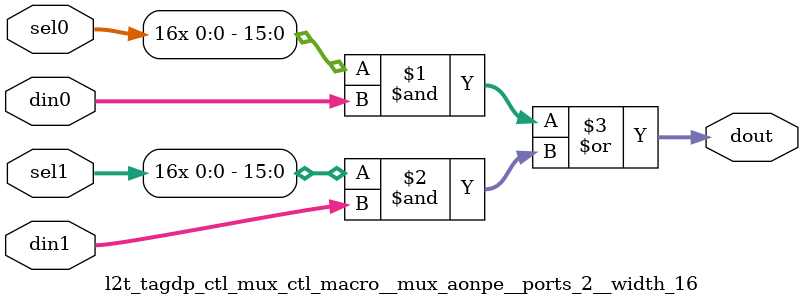
<source format=v>
`define ADDR_MAP_HI      39
`define ADDR_MAP_LO      32
`define IO_ADDR_BIT      39

`define DRAM_DATA_LO     8'h00
`define DRAM_DATA_HI     8'h7f

// IOP space
`define JBUS1            8'h80
`define HASH_TBL_NRAM_CSR 8'h81
`define RESERVED_1       8'h82
`define ENET_MAC_CSR     8'h83
`define ENET_ING_CSR     8'h84
`define ENET_EGR_CMD_CSR 8'h85
`define ENET_EGR_DP_CSR  8'h86
`define RESERVED_2_LO    8'h87
`define RESERVED_2_HI    8'h92
`define BSC_CSR          8'h93
`define RESERVED_3       8'h94
`define RAND_GEN_CSR     8'h95
`define CLOCK_UNIT_CSR   8'h96
`define DRAM_CSR         8'h97
`define IOB_MAN_CSR      8'h98
`define TAP_CSR          8'h99
`define RESERVED_4_L0    8'h9a
`define RESERVED_4_HI    8'h9d
`define CPU_ASI          8'h9e
`define IOB_INT_CSR      8'h9f

// L2 space
`define L2C_CSR_LO       8'ha0
`define L2C_CSR_HI       8'hbf

// More IOP space
`define JBUS2_LO         8'hc0
`define JBUS2_HI         8'hfe
`define SPI_CSR          8'hff


//Cache Crossbar Width and Field Defines
//======================================
`define	PCX_WIDTH	130  //PCX payload packet width , BS and SR 11/12/03 N2 Xbar Packet format change
`define	PCX_WIDTH_LESS1	129  //PCX payload packet width , BS and SR 11/12/03 N2 Xbar Packet format change
`define	CPX_WIDTH	146  //CPX payload packet width, BS and SR 11/12/03 N2 Xbar Packet format change
`define	CPX_WIDTH_LESS1	145  //CPX payload packet width, BS and SR 11/12/03 N2 Xbar Packet format change
`define	CPX_WIDTH11	134 
`define	CPX_WIDTH11c	134c
`define	CPX_WIDTHc	146c  //CPX payload packet width , BS and SR 11/12/03 N2 Xbar Packet format change

`define PCX_VLD         123  //PCX packet valid 
`define PCX_RQ_HI       122  //PCX request type field 
`define PCX_RQ_LO       118
`define PCX_NC          117  //PCX non-cacheable bit
`define PCX_R           117  //PCX read/!write bit 
`define PCX_CP_HI       116  //PCX cpu_id field
`define PCX_CP_LO       114
`define PCX_TH_HI       113  //PCX Thread field
`define PCX_TH_LO       112
`define PCX_BF_HI       111  //PCX buffer id field
`define PCX_INVALL      111
`define PCX_BF_LO       109
`define PCX_WY_HI       108  //PCX replaced L1 way field
`define PCX_WY_LO       107
`define PCX_P_HI        108  //PCX packet ID, 1st STQ - 10, 2nd - 01
`define PCX_P_LO        107
`define PCX_SZ_HI       106  //PCX load/store size field
`define PCX_SZ_LO       104
`define PCX_ERR_HI      106  //PCX error field
`define PCX_ERR_LO      104
`define PCX_AD_HI       103  //PCX address field
`define PCX_AD_LO        64
`define PCX_DA_HI        63  //PCX Store data
`define PCX_DA_LO         0  

`define PCX_SZ_1B    3'b000  // encoding for 1B access
`define PCX_SZ_2B    3'b001  // encoding for 2B access
`define PCX_SZ_4B    3'b010  // encoding for 4B access
`define PCX_SZ_8B    3'b011  // encoding for 8B access
`define PCX_SZ_16B   3'b100  // encoding for 16B access

`define CPX_VLD         145  //CPX payload packet valid

`define CPX_RQ_HI       144  //CPX Request type
`define CPX_RQ_LO       141
`define CPX_L2MISS      140
`define CPX_ERR_HI      140  //CPX error field
`define CPX_ERR_LO      138
`define CPX_NC          137  //CPX non-cacheable
`define CPX_R           137  //CPX read/!write bit
`define CPX_TH_HI       136  //CPX thread ID field 
`define CPX_TH_LO       134

//bits 133:128 are shared by different fields
//for different packet types.

`define CPX_IN_HI       133  //CPX Interrupt source 
`define CPX_IN_LO       128  

`define CPX_WYVLD       133  //CPX replaced way valid
`define CPX_WY_HI       132  //CPX replaced I$/D$ way
`define CPX_WY_LO       131
`define CPX_BF_HI       130  //CPX buffer ID field - 3 bits
`define CPX_BF_LO       128

`define CPX_SI_HI       132  //L1 set ID - PA[10:6]- 5 bits
`define CPX_SI_LO       128  //used for invalidates

`define CPX_P_HI        131  //CPX packet ID, 1st STQ - 10, 2nd - 01 
`define CPX_P_LO        130

`define CPX_ASI         130  //CPX forward request to ASI
`define CPX_IF4B        130
`define CPX_IINV        124
`define CPX_DINV        123
`define CPX_INVPA5      122
`define CPX_INVPA4      121
`define CPX_CPUID_HI    120
`define CPX_CPUID_LO    118
`define CPX_INV_PA_HI   116
`define CPX_INV_PA_LO   112
`define CPX_INV_IDX_HI   117
`define CPX_INV_IDX_LO   112

`define CPX_DA_HI       127  //CPX data payload
`define CPX_DA_LO         0

`define	LOAD_RQ		5'b00000
`define MMU_RQ          5'b01000 // BS and SR 11/12/03 N2 Xbar Packet format change
`define	IMISS_RQ	5'b10000
`define	STORE_RQ	5'b00001
`define	CAS1_RQ		5'b00010
`define	CAS2_RQ		5'b00011
`define	SWAP_RQ		5'b00111 
`define	STRLOAD_RQ	5'b00100
`define	STRST_RQ	5'b00101
`define STQ_RQ          5'b00111
`define INT_RQ          5'b01001
`define FWD_RQ          5'b01101
`define FWD_RPY         5'b01110
`define RSVD_RQ         5'b11111

`define LOAD_RET        4'b0000
`define INV_RET         4'b0011
`define ST_ACK          4'b0100
`define AT_ACK          4'b0011
`define INT_RET         4'b0111
`define TEST_RET        4'b0101
`define FP_RET          4'b1000
`define IFILL_RET       4'b0001
`define	EVICT_REQ	4'b0011
//`define INVAL_ACK       4'b1000
`define INVAL_ACK       4'b0100
`define	ERR_RET		4'b1100
`define STRLOAD_RET     4'b0010
`define STRST_ACK       4'b0110
`define FWD_RQ_RET      4'b1010
`define FWD_RPY_RET     4'b1011
`define RSVD_RET        4'b1111

//End cache crossbar defines


// Number of COS supported by EECU 
`define EECU_COS_NUM  	  2


// 
// BSC bus sizes
// =============
//

// General
`define BSC_ADDRESS      40
`define MAX_XFER_LEN     7'b0
`define XFER_LEN_WIDTH   6

// CTags
`define BSC_CTAG_SZ      12
`define EICU_CTAG_PRE    5'b11101
`define EICU_CTAG_REM    7
`define EIPU_CTAG_PRE    3'b011
`define EIPU_CTAG_REM    9
`define EECU_CTAG_PRE    8'b11010000
`define EECU_CTAG_REM    4
`define EEPU_CTAG_PRE    6'b010000
`define EEPU_CTAG_REM    6
`define L2C_CTAG_PRE     2'b00
`define L2C_CTAG_REM     10
`define JBI_CTAG_PRE     2'b10
`define JBI_CTAG_REM     10
// reinstated temporarily
`define PCI_CTAG_PRE     7'b1101100
`define PCI_CTAG_REM     5


// CoS
`define EICU_COS         1'b0
`define EIPU_COS         1'b1
`define EECU_COS         1'b0
`define EEPU_COS         1'b1
`define PCI_COS          1'b0

// L2$ Bank
`define BSC_L2_BNK_HI    8
`define BSC_L2_BNK_LO    6

// L2$ Req
`define BSC_L2_REQ_SZ   62
`define BSC_L2_REQ	`BSC_L2_REQ_SZ	// used by rams in L2 code
`define BSC_L2_BUS      64
`define BSC_L2_CTAG_HI  61
`define BSC_L2_CTAG_LO  50
`define BSC_L2_ADD_HI   49
`define BSC_L2_ADD_LO   10
`define BSC_L2_LEN_HI    9
`define BSC_L2_LEN_LO    3
`define BSC_L2_ALLOC     2
`define BSC_L2_COS       1
`define BSC_L2_READ      0   

// L2$ Ack
`define L2_BSC_ACK_SZ   16
`define L2_BSC_BUS      64
`define L2_BSC_CBA_HI   14    // CBA - Critical Byte Address
`define L2_BSC_CBA_LO   13
`define L2_BSC_READ     12
`define L2_BSC_CTAG_HI  11
`define L2_BSC_CTAG_LO   0

// Enet Egress Command Unit
`define EECU_REQ_BUS    44
`define EECU_REQ_SZ     44
`define EECU_R_QID_HI   43
`define EECU_R_QID_LO   40
`define EECU_R_ADD_HI   39
`define EECU_R_ADD_LO    0

`define EECU_ACK_BUS    64
`define EECU_ACK_SZ      5
`define EECU_A_NACK      4
`define EECU_A_QID_HI    3
`define EECU_A_QID_LO    0


// Enet Egress Packet Unit
`define EEPU_REQ_BUS    55
`define EEPU_REQ_SZ     55
`define EEPU_R_TLEN_HI  54
`define EEPU_R_TLEN_LO  48
`define EEPU_R_SOF      47
`define EEPU_R_EOF      46
`define EEPU_R_PORT_HI  45
`define EEPU_R_PORT_LO  44
`define EEPU_R_QID_HI   43
`define EEPU_R_QID_LO   40
`define EEPU_R_ADD_HI   39
`define EEPU_R_ADD_LO    0

// This is cleaved in between Egress Datapath Ack's
`define EEPU_ACK_BUS     6
`define EEPU_ACK_SZ      6
`define EEPU_A_EOF       5
`define EEPU_A_NACK      4
`define EEPU_A_QID_HI    3
`define EEPU_A_QID_LO    0


// Enet Egress Datapath
`define EEDP_ACK_BUS   128
`define EEDP_ACK_SZ     28
`define EEDP_A_NACK     27
`define EEDP_A_QID_HI   26
`define EEDP_A_QID_LO   21
`define EEDP_A_SOF      20
`define EEDP_A_EOF      19
`define EEDP_A_LEN_HI   18
`define EEDP_A_LEN_LO   12
`define EEDP_A_TAG_HI   11
`define EEDP_A_TAG_LO    0
`define EEDP_A_PORT_HI   5
`define EEDP_A_PORT_LO   4
`define EEDP_A_PORT_WIDTH 2


// In-Order / Ordered Queue: EEPU
// Tag is: TLEN, SOF, EOF, QID = 15
`define EEPU_TAG_ARY     (7+1+1+6)
`define EEPU_ENTRIES     16
`define EEPU_E_IDX        4
`define EEPU_PORTS        4
`define EEPU_P_IDX        2

// Nack + Tag Info + CTag
`define IOQ_TAG_ARY      (1+`EEPU_TAG_ARY+12)
`define EEPU_TAG_LOC     (`EEPU_P_IDX+`EEPU_E_IDX)


// ENET Ingress Queue Management Req
`define EICU_REQ_BUS     64 
`define EICU_REQ_SZ      62
`define EICU_R_CTAG_HI   61
`define EICU_R_CTAG_LO   50
`define EICU_R_ADD_HI    49
`define EICU_R_ADD_LO    10
`define EICU_R_LEN_HI     9
`define EICU_R_LEN_LO     3
`define EICU_R_COS        1
`define EICU_R_READ       0   


// ENET Ingress Queue Management Ack
`define EICU_ACK_BUS     64
`define EICU_ACK_SZ      14
`define EICU_A_NACK      13
`define EICU_A_READ      12
`define EICU_A_CTAG_HI   11
`define EICU_A_CTAG_LO    0


// Enet Ingress Packet Unit
`define EIPU_REQ_BUS    128 
`define EIPU_REQ_SZ      59
`define EIPU_R_CTAG_HI   58
`define EIPU_R_CTAG_LO   50
`define EIPU_R_ADD_HI    49
`define EIPU_R_ADD_LO    10
`define EIPU_R_LEN_HI     9
`define EIPU_R_LEN_LO     3
`define EIPU_R_COS        1
`define EIPU_R_READ       0   


// ENET Ingress Packet Unit Ack
`define EIPU_ACK_BUS      10
`define EIPU_ACK_SZ       10
`define EIPU_A_NACK       9
`define EIPU_A_CTAG_HI    8
`define EIPU_A_CTAG_LO    0


// In-Order / Ordered Queue: PCI
// Tag is: CTAG
`define PCI_TAG_ARY     12
`define PCI_ENTRIES     16
`define PCI_E_IDX        4
`define PCI_PORTS        2

// PCI-X Request
`define PCI_REQ_BUS      64
`define PCI_REQ_SZ       62
`define PCI_R_CTAG_HI    61
`define PCI_R_CTAG_LO    50
`define PCI_R_ADD_HI     49
`define PCI_R_ADD_LO     10
`define PCI_R_LEN_HI      9
`define PCI_R_LEN_LO      3
`define PCI_R_COS         1
`define PCI_R_READ        0

// PCI_X Acknowledge
`define PCI_ACK_BUS      64
`define PCI_ACK_SZ       14
`define PCI_A_NACK       13
`define PCI_A_READ       12 
`define PCI_A_CTAG_HI    11
`define PCI_A_CTAG_LO     0


`define BSC_MAX_REQ_SZ   62


//
// BSC array sizes
//================
//
`define BSC_REQ_ARY_INDEX        6
`define BSC_REQ_ARY_DEPTH       64
`define BSC_REQ_ARY_WIDTH       62
`define BSC_REQ_NXT_WIDTH       12
`define BSC_ACK_ARY_INDEX        6
`define BSC_ACK_ARY_DEPTH       64
`define BSC_ACK_ARY_WIDTH       14
`define BSC_ACK_NXT_WIDTH       12
`define BSC_PAY_ARY_INDEX        6
`define BSC_PAY_ARY_DEPTH       64
`define BSC_PAY_ARY_WIDTH      256

// ECC syndrome bits per memory element
`define BSC_PAY_ECC             10
`define BSC_PAY_MEM_WIDTH       (`BSC_PAY_ECC+`BSC_PAY_ARY_WIDTH)


//
// BSC Port Definitions
// ====================
//
// Bits 7 to 4 of curr_port_id
`define BSC_PORT_NULL       4'h0
`define BSC_PORT_SC         4'h1
`define BSC_PORT_EICU       4'h2
`define BSC_PORT_EIPU       4'h3
`define BSC_PORT_EECU       4'h4
`define BSC_PORT_EEPU       4'h8
`define BSC_PORT_PCI        4'h9

// Number of ports of each type
`define BSC_PORT_SC_CNT     8

// Bits needed to represent above
`define BSC_PORT_SC_IDX     3

// How wide the linked list pointers are
// 60b for no payload (2CoS)
// 80b for payload (2CoS)

//`define BSC_OBJ_PTR   80
//`define BSC_HD1_HI    69
//`define BSC_HD1_LO    60
//`define BSC_TL1_HI    59
//`define BSC_TL1_LO    50
//`define BSC_CT1_HI    49
//`define BSC_CT1_LO    40
//`define BSC_HD0_HI    29
//`define BSC_HD0_LO    20
//`define BSC_TL0_HI    19
//`define BSC_TL0_LO    10
//`define BSC_CT0_HI     9
//`define BSC_CT0_LO     0

`define BSC_OBJP_PTR  48
`define BSC_PYP1_HI   47
`define BSC_PYP1_LO   42
`define BSC_HDP1_HI   41
`define BSC_HDP1_LO   36
`define BSC_TLP1_HI   35
`define BSC_TLP1_LO   30
`define BSC_CTP1_HI   29
`define BSC_CTP1_LO   24
`define BSC_PYP0_HI   23
`define BSC_PYP0_LO   18
`define BSC_HDP0_HI   17
`define BSC_HDP0_LO   12
`define BSC_TLP0_HI   11
`define BSC_TLP0_LO    6
`define BSC_CTP0_HI    5
`define BSC_CTP0_LO    0

`define BSC_PTR_WIDTH     192
`define BSC_PTR_REQ_HI    191
`define BSC_PTR_REQ_LO    144
`define BSC_PTR_REQP_HI   143
`define BSC_PTR_REQP_LO    96
`define BSC_PTR_ACK_HI     95
`define BSC_PTR_ACK_LO     48
`define BSC_PTR_ACKP_HI    47
`define BSC_PTR_ACKP_LO     0

`define BSC_PORT_SC_PTR    96       // R, R+P
`define BSC_PORT_EECU_PTR  48       // A+P
`define BSC_PORT_EICU_PTR  96       // A, A+P
`define BSC_PORT_EIPU_PTR  48       // A

// I2C STATES in DRAMctl
`define I2C_CMD_NOP   4'b0000
`define I2C_CMD_START 4'b0001
`define I2C_CMD_STOP  4'b0010
`define I2C_CMD_WRITE 4'b0100
`define I2C_CMD_READ  4'b1000


//
// IOB defines
// ===========
//
`define IOB_ADDR_WIDTH       40
`define IOB_LOCAL_ADDR_WIDTH 32

`define IOB_CPU_INDEX         3
`define IOB_CPU_WIDTH         8
`define IOB_THR_INDEX         2
`define IOB_THR_WIDTH         4
`define IOB_CPUTHR_INDEX      5
`define IOB_CPUTHR_WIDTH     32

`define IOB_MONDO_DATA_INDEX  5
`define IOB_MONDO_DATA_DEPTH 32
`define IOB_MONDO_DATA_WIDTH 64
`define IOB_MONDO_SRC_WIDTH   5
`define IOB_MONDO_BUSY        5

`define IOB_INT_TAB_INDEX     6
`define IOB_INT_TAB_DEPTH    64 

`define IOB_INT_STAT_WIDTH   32
`define IOB_INT_STAT_HI      31
`define IOB_INT_STAT_LO       0

`define IOB_INT_VEC_WIDTH     6
`define IOB_INT_VEC_HI        5
`define IOB_INT_VEC_LO        0

`define IOB_INT_CPU_WIDTH     5
`define IOB_INT_CPU_HI       12 
`define IOB_INT_CPU_LO        8

`define IOB_INT_MASK          2
`define IOB_INT_CLEAR         1
`define IOB_INT_PEND          0

`define IOB_DISP_TYPE_HI     17
`define IOB_DISP_TYPE_LO     16
`define IOB_DISP_THR_HI      12
`define IOB_DISP_THR_LO       8
`define IOB_DISP_VEC_HI       5
`define IOB_DISP_VEC_LO       0

`define IOB_JBI_RESET         1
`define IOB_ENET_RESET        0

`define IOB_RESET_STAT_WIDTH  3
`define IOB_RESET_STAT_HI     3
`define IOB_RESET_STAT_LO     1

`define IOB_SERNUM_WIDTH     64

`define IOB_FUSE_WIDTH       22

`define IOB_TMSTAT_THERM     63

`define IOB_POR_TT            6'b01  // power-on-reset trap type

`define IOB_CPU_BUF_INDEX     4

`define IOB_INT_BUF_INDEX     4  
`define IOB_INT_BUF_WIDTH   153  // interrupt table read result buffer width

`define IOB_IO_BUF_INDEX      4
`define IOB_IO_BUF_WIDTH    153  // io-2-cpu return buffer width

`define IOB_L2_VIS_BUF_INDEX  5
`define IOB_L2_VIS_BUF_WIDTH 48  // l2 visibility buffer width

`define IOB_INT_AVEC_WIDTH   16  // availibility vector width
`define IOB_ACK_AVEC_WIDTH   16  // availibility vector width 

// fixme - double check address mapping
// CREG in `IOB_INT_CSR space
`define IOB_DEV_ADDR_MASK    32'hfffffe07
`define IOB_CREG_INTSTAT     32'h00000000
`define IOB_CREG_MDATA0      32'h00000400
`define IOB_CREG_MDATA1      32'h00000500
`define IOB_CREG_MBUSY       32'h00000900
`define IOB_THR_ADDR_MASK    32'hffffff07
`define IOB_CREG_MDATA0_ALIAS 32'h00000600
`define IOB_CREG_MDATA1_ALIAS 32'h00000700
`define IOB_CREG_MBUSY_ALIAS  32'h00000b00

// CREG in `IOB_MAN_CSR space
`define IOB_CREG_INTMAN      32'h00000000
`define IOB_CREG_INTCTL      32'h00000400
`define IOB_CREG_INTVECDISP  32'h00000800
`define IOB_CREG_RESETSTAT   32'h00000810
`define IOB_CREG_SERNUM      32'h00000820
`define IOB_CREG_TMSTATCTRL  32'h00000828
`define IOB_CREG_COREAVAIL   32'h00000830
`define IOB_CREG_SSYSRESET   32'h00000838
`define IOB_CREG_FUSESTAT    32'h00000840
`define IOB_CREG_JINTV       32'h00000a00

`define IOB_CREG_DBG_L2VIS_CTRL    32'h00001800 
`define IOB_CREG_DBG_L2VIS_MASKA   32'h00001820 
`define IOB_CREG_DBG_L2VIS_MASKB   32'h00001828 
`define IOB_CREG_DBG_L2VIS_CMPA    32'h00001830
`define IOB_CREG_DBG_L2VIS_CMPB    32'h00001838
`define IOB_CREG_DBG_L2VIS_TRIG    32'h00001840
`define IOB_CREG_DBG_IOBVIS_CTRL   32'h00001000
`define IOB_CREG_DBG_ENET_CTRL     32'h00002000
`define IOB_CREG_DBG_ENET_IDLEVAL  32'h00002008
`define IOB_CREG_DBG_JBUS_CTRL     32'h00002100
`define IOB_CREG_DBG_JBUS_LO_MASK0 32'h00002140
`define IOB_CREG_DBG_JBUS_LO_MASK1 32'h00002160
`define IOB_CREG_DBG_JBUS_LO_CMP0  32'h00002148
`define IOB_CREG_DBG_JBUS_LO_CMP1  32'h00002168
`define IOB_CREG_DBG_JBUS_LO_CNT0  32'h00002150
`define IOB_CREG_DBG_JBUS_LO_CNT1  32'h00002170
`define IOB_CREG_DBG_JBUS_HI_MASK0 32'h00002180
`define IOB_CREG_DBG_JBUS_HI_MASK1 32'h000021a0
`define IOB_CREG_DBG_JBUS_HI_CMP0  32'h00002188
`define IOB_CREG_DBG_JBUS_HI_CMP1  32'h000021a8
`define IOB_CREG_DBG_JBUS_HI_CNT0  32'h00002190
`define IOB_CREG_DBG_JBUS_HI_CNT1  32'h000021b0

`define IOB_CREG_TESTSTUB    32'h80000000

// Address map for TAP access of SPARC ASI
`define IOB_ASI_PC            4'b0000
`define IOB_ASI_BIST          4'b0001
`define IOB_ASI_MARGIN        4'b0010
`define IOB_ASI_DEFEATURE     4'b0011
`define IOB_ASI_L1DD          4'b0100
`define IOB_ASI_L1ID          4'b0101
`define IOB_ASI_L1DT          4'b0110

`define IOB_INT               2'b00
`define IOB_RESET             2'b01
`define IOB_IDLE              2'b10
`define IOB_RESUME            2'b11

//
// CIOP UCB Bus Width
// ==================
//
`define IOB_EECU_WIDTH       16  // ethernet egress command
`define EECU_IOB_WIDTH       16

`define IOB_NRAM_WIDTH       16  // NRAM (RLDRAM previously)
`define NRAM_IOB_WIDTH        4

`define IOB_JBI_WIDTH        16  // JBI
`define JBI_IOB_WIDTH        16 

`define IOB_ENET_ING_WIDTH   32  // ethernet ingress
`define ENET_ING_IOB_WIDTH    8

`define IOB_ENET_EGR_WIDTH    4  // ethernet egress
`define ENET_EGR_IOB_WIDTH    4

`define IOB_ENET_MAC_WIDTH    4  // ethernet MAC
`define ENET_MAC_IOB_WIDTH    4

`define IOB_DRAM_WIDTH        4  // DRAM controller
`define DRAM_IOB_WIDTH        4

`define IOB_BSC_WIDTH         4  // BSC
`define BSC_IOB_WIDTH         4

`define IOB_SPI_WIDTH         4  // SPI (Boot ROM)
`define SPI_IOB_WIDTH         4

`define IOB_CLK_WIDTH         4  // clk unit
`define CLK_IOB_WIDTH         4

`define IOB_CLSP_WIDTH        4  // clk spine unit
`define CLSP_IOB_WIDTH        4

`define IOB_TAP_WIDTH         8  // TAP
`define TAP_IOB_WIDTH         8


//
// CIOP UCB Buf ID Type
// ====================
//
`define UCB_BID_CMP          2'b00
`define UCB_BID_TAP          2'b01

//
// Interrupt Device ID
// ===================
//
// Caution: DUMMY_DEV_ID has to be 9 bit wide
//          for fields to line up properly in the IOB.
`define DUMMY_DEV_ID         9'h10   // 16
`define UNCOR_ECC_DEV_ID     7'd17   // 17

//
// Soft Error related definitions 
// ==============================
//
`define COR_ECC_CNT_WIDTH   16


//
// CMP clock
// =========
//

`define CMP_CLK_PERIOD   1333


//
// NRAM/IO Interface
// =================
//

`define DRAM_CLK_PERIOD  6000

`define NRAM_IO_DQ_WIDTH   32
`define IO_NRAM_DQ_WIDTH   32

`define NRAM_IO_ADDR_WIDTH 15
`define NRAM_IO_BA_WIDTH    2


//
// NRAM/ENET Interface
// ===================
//

`define NRAM_ENET_DATA_WIDTH 64
`define ENET_NRAM_ADDR_WIDTH 20

`define NRAM_DBG_DATA_WIDTH  40


//
// IO/FCRAM Interface
// ==================
//

`define FCRAM_DATA1_HI       63
`define FCRAM_DATA1_LO       32
`define FCRAM_DATA0_HI       31
`define FCRAM_DATA0_LO        0

//
// PCI Interface
// ==================
// Load/store size encodings
// -------------------------
// Size encoding
// 000 - byte
// 001 - half-word
// 010 - word
// 011 - double-word
// 100 - quad
`define LDST_SZ_BYTE        3'b000
`define LDST_SZ_HALF_WORD   3'b001
`define LDST_SZ_WORD        3'b010
`define LDST_SZ_DOUBLE_WORD 3'b011
`define LDST_SZ_QUAD        3'b100

//
// JBI<->SCTAG Interface
// =======================
// Outbound Header Format
`define JBI_BTU_OUT_ADDR_LO      0
`define JBI_BTU_OUT_ADDR_HI     42
`define JBI_BTU_OUT_RSV0_LO     43
`define JBI_BTU_OUT_RSV0_HI     43
`define JBI_BTU_OUT_TYPE_LO     44
`define JBI_BTU_OUT_TYPE_HI     48
`define JBI_BTU_OUT_RSV1_LO     49
`define JBI_BTU_OUT_RSV1_HI     51
`define JBI_BTU_OUT_REPLACE_LO  52
`define JBI_BTU_OUT_REPLACE_HI  56
`define JBI_BTU_OUT_RSV2_LO     57
`define JBI_BTU_OUT_RSV2_HI     59
`define JBI_BTU_OUT_BTU_ID_LO   60
`define JBI_BTU_OUT_BTU_ID_HI   71
`define JBI_BTU_OUT_DATA_RTN    72
`define JBI_BTU_OUT_RSV3_LO     73
`define JBI_BTU_OUT_RSV3_HI     75
`define JBI_BTU_OUT_CE          76
`define JBI_BTU_OUT_RSV4_LO     77
`define JBI_BTU_OUT_RSV4_HI     79
`define JBI_BTU_OUT_UE          80
`define JBI_BTU_OUT_RSV5_LO     81
`define JBI_BTU_OUT_RSV5_HI     83
`define JBI_BTU_OUT_DRAM        84
`define JBI_BTU_OUT_RSV6_LO     85
`define JBI_BTU_OUT_RSV6_HI    127

// Inbound Header Format
`define JBI_SCTAG_IN_ADDR_LO   0
`define JBI_SCTAG_IN_ADDR_HI  39
`define JBI_SCTAG_IN_SZ_LO    40
`define JBI_SCTAG_IN_SZ_HI    42
`define JBI_SCTAG_IN_RSV0     43
`define JBI_SCTAG_IN_TAG_LO   44
`define JBI_SCTAG_IN_TAG_HI   55
`define JBI_SCTAG_IN_REQ_LO   56
`define JBI_SCTAG_IN_REQ_HI   58
`define JBI_SCTAG_IN_POISON   59
`define JBI_SCTAG_IN_RSV1_LO  60
`define JBI_SCTAG_IN_RSV1_HI  63

`define JBI_SCTAG_REQ_WRI   3'b100
`define JBI_SCTAG_REQ_WR8   3'b010
`define JBI_SCTAG_REQ_RDD   3'b001
`define JBI_SCTAG_REQ_WRI_BIT 2
`define JBI_SCTAG_REQ_WR8_BIT 1
`define JBI_SCTAG_REQ_RDD_BIT 0

//
// JBI->IOB Mondo Header Format
// ============================
//
`define JBI_IOB_MONDO_RSV1_HI       15 // reserved 1
`define JBI_IOB_MONDO_RSV1_LO       13
`define JBI_IOB_MONDO_TRG_HI        12 // interrupt target
`define JBI_IOB_MONDO_TRG_LO         8 
`define JBI_IOB_MONDO_RSV0_HI        7 // reserved 0
`define JBI_IOB_MONDO_RSV0_LO        5
`define JBI_IOB_MONDO_SRC_HI         4 // interrupt source
`define JBI_IOB_MONDO_SRC_LO         0

`define JBI_IOB_MONDO_RSV1_WIDTH     3 
`define JBI_IOB_MONDO_TRG_WIDTH      5
`define JBI_IOB_MONDO_RSV0_WIDTH     3 
`define JBI_IOB_MONDO_SRC_WIDTH      5

// JBI->IOB Mondo Bus Width/Cycle
// ==============================
// Cycle  1 Header[15:8]
// Cycle  2 Header[ 7:0]
// Cycle  3 J_AD[127:120]
// Cycle  4 J_AD[119:112]
// .....
// Cycle 18 J_AD[  7:  0]
`define JBI_IOB_MONDO_BUS_WIDTH      8
`define JBI_IOB_MONDO_BUS_CYCLE     18 // 2 header + 16 data


 

`define	IQ_SIZE	8
`define	OQ_SIZE	12
`define	TAG_WIDTH	28
`define	TAG_WIDTH_LESS1	27
`define	TAG_WIDTHr	28r
`define	TAG_WIDTHc	28c
`define	TAG_WIDTH6	22
`define	TAG_WIDTH6r	22r
`define	TAG_WIDTH6c	22c


`define	MBD_WIDTH	106    // BS and SR 11/12/03 N2 Xbar Packet format change

// BS and SR 11/12/03 N2 Xbar Packet format change

`define	MBD_ECC_HI	105
`define	MBD_ECC_HI_PLUS1	106
`define	MBD_ECC_HI_PLUS5	110
`define	MBD_ECC_LO	100
`define	MBD_EVICT	99 
`define	MBD_DEP		98
`define	MBD_TECC	97
`define	MBD_ENTRY_HI	96
`define	MBD_ENTRY_LO	93

`define	MBD_POISON	92   
`define	MBD_RDMA_HI	91
`define	MBD_RDMA_LO	90
`define	MBD_RQ_HI	89
`define	MBD_RQ_LO	85
`define	MBD_NC		84
`define	MBD_RSVD	83
`define	MBD_CP_HI	82
`define	MBD_CP_LO	80
`define	MBD_TH_HI	79
`define	MBD_TH_LO	77
`define	MBD_BF_HI	76
`define	MBD_BF_LO	74
`define	MBD_WY_HI	73
`define	MBD_WY_LO	72
`define	MBD_SZ_HI	71
`define	MBD_SZ_LO	64
`define	MBD_DATA_HI	63
`define	MBD_DATA_LO	0

// BS and SR 11/12/03 N2 Xbar Packet format change
`define	L2_FBF		40
`define	L2_MBF		39
`define	L2_SNP		38
`define	L2_CTRUE	37
`define	L2_EVICT  	36
`define	L2_DEP		35
`define	L2_TECC		34
`define	L2_ENTRY_HI	33
`define	L2_ENTRY_LO	29

`define	L2_POISON	28
`define	L2_RDMA_HI	27
`define	L2_RDMA_LO	26
// BS and SR 11/12/03 N2 Xbar Packet format change , maps to bits [128:104] of PCXS packet , ther than RSVD bit
`define	L2_RQTYP_HI	25
`define	L2_RQTYP_LO	21
`define	L2_NC		20
`define	L2_RSVD		19
`define	L2_CPUID_HI	18
`define	L2_CPUID_LO	16
`define	L2_TID_HI	15	
`define	L2_TID_LO	13	
`define	L2_BUFID_HI     12	
`define	L2_BUFID_LO	10	
`define	L2_L1WY_HI	9
`define	L2_L1WY_LO	8
`define	L2_SZ_HI	7
`define	L2_SZ_LO	0


`define	ERR_MEU		63
`define	ERR_MEC		62
`define	ERR_RW		61
`define	ERR_ASYNC	60
`define	ERR_TID_HI	59 // PRM needs to change to reflect this : TID will be bits [59:54] instead of [58:54]
`define	ERR_TID_LO	54
`define	ERR_LDAC	53
`define	ERR_LDAU	52
`define	ERR_LDWC	51
`define	ERR_LDWU	50
`define	ERR_LDRC	49
`define	ERR_LDRU	48
`define	ERR_LDSC	47
`define	ERR_LDSU	46
`define	ERR_LTC		45
`define	ERR_LRU		44
`define	ERR_LVU		43
`define	ERR_DAC		42
`define	ERR_DAU		41
`define	ERR_DRC		40
`define	ERR_DRU		39
`define	ERR_DSC		38
`define	ERR_DSU		37
`define	ERR_VEC		36
`define	ERR_VEU		35
`define ERR_LVC         34
`define	ERR_SYN_HI	31
`define	ERR_SYN_LO	0



`define ERR_MEND	51
`define ERR_NDRW	50
`define ERR_NDSP	49
`define ERR_NDDM	48
`define ERR_NDVCID_HI   45
`define ERR_NDVCID_LO   40
`define ERR_NDADR_HI    39
`define ERR_NDADR_LO    4


//  Phase 2 : SIU Inteface and format change

`define	JBI_HDR_SZ	26 // BS and SR 11/12/03 N2 Xbar Packet format change
`define	JBI_HDR_SZ_LESS1	25 // BS and SR 11/12/03 N2 Xbar Packet format change
`define	JBI_HDR_SZ4     23	
`define	JBI_HDR_SZc	27c
`define	JBI_HDR_SZ4c    23c	

`define	JBI_ADDR_LO	0	
`define	JBI_ADDR_HI	7	
`define	JBI_SZ_LO	8	
`define	JBI_SZ_HI	15	
// `define	JBI_RSVD	16	NOt used
`define	JBI_CTAG_LO	16	
`define	JBI_CTAG_HI	23	
`define	JBI_RQ_RD	24	
`define	JBI_RQ_WR8	25	
`define	JBI_RQ_WR64	26	
`define JBI_OPES_LO	27	// 0 = 30, P=29, E=28, S=27
`define JBI_OPES_HI	30
`define	JBI_RQ_POISON	31	
`define	JBI_ENTRY_LO	32
`define	JBI_ENTRY_HI	33

//  Phase 2 : SIU Inteface and format change
// BS and SR 11/12/03 N2 Xbar Packet format change :
`define	JBINST_SZ_LO	0	
`define	JBINST_SZ_HI	7	
// `define	JBINST_RSVD	8 NOT used	
`define	JBINST_CTAG_LO	8	
`define	JBINST_CTAG_HI	15	
`define	JBINST_RQ_RD	16	
`define	JBINST_RQ_WR8	17	
`define	JBINST_RQ_WR64	18	
`define JBINST_OPES_LO  19	// 0 = 22, P=21, E=20, S=19
`define JBINST_OPES_HI  22
`define	JBINST_ENTRY_LO	23
`define	JBINST_ENTRY_HI	24
`define	JBINST_POISON   25


`define	ST_REQ_ST	1
`define	LD_REQ_ST	2
`define	IDLE	0


 
module l2t_tagdp_ctl (
  tcu_pce_ov, 
  tcu_aclk, 
  tcu_bclk, 
  tcu_scan_en, 
  vlddir_vuad_valid_c2, 
  tag_parity_c2, 
  tag_way_sel_c2, 
  tag_way_sel_c2_buff, 
  vuaddp_vuad_tagd_sel_c2_d1, 
  bist_way_px, 
  bist_enable_px, 
  tagdp_quad0_muxsel_c3, 
  tagdp_quad1_muxsel_c3, 
  tagdp_quad2_muxsel_c3, 
  tagdp_quad3_muxsel_c3, 
  tagdp_tag_quad_muxsel_c3, 
  vuad_dp_diag_data_c7, 
  tagdp_vuad_dp_diag_data_c7_buf, 
  arbadr_arbdp_diag_wr_way_c2, 
  arb_tecc_way_c2, 
  arb_normal_tagacc_c2, 
  arb_tagd_tecc_c2, 
  arb_tagd_perr_vld_c2, 
  misbuf_hit_c3, 
  mbist_run, 
  csr_l2_dir_map_on, 
  arb_l2tag_vld_c4, 
  arb_vuad_ce_err_c3, 
  l2clk, 
  scan_in, 
  wmr_l, 
  tagdp_misbuf_par_err_c3, 
  tagdp_tag_par_err_c3, 
  tagdp_arb_par_err_c3, 
  tagdp_tag_error_c8, 
  scan_out, 
  usaloc_vuad_used_c2, 
  usaloc_vuad_alloc_c2, 
  tagdp_lru_way_sel_c3, 
  arb_evict_vld_c2, 
  arb_pf_ice_inst_c2, 
  tagdp_evict_c3_1, 
  tagdp_evict_c3_2, 
  tagdp_invalid_evict_c3);
wire pce_ov;
wire stop;
wire siclk;
wire soclk;
wire se;
wire l1clk;
wire spares_scanin;
wire spares_scanout;
wire ff_tagdp_vuad_dp_diag_data_c7_scanin;
wire ff_tagdp_vuad_dp_diag_data_c7_scanout;
wire reset_flop_scanin;
wire reset_flop_scanout;
wire arb_pf_ice_evict_vld_c3;
wire ff_evict_c3_1_scanin;
wire ff_evict_c3_1_scanout;
wire arb_pf_ice_evict_vld_c2;
wire ff_evict_c3_2_scanin;
wire ff_evict_c3_2_scanout;
wire par_err_c3_n;
wire arb_pf_ice_evict_vld_c3_n;
wire ff_tagd_par_err_c3_scanin;
wire ff_tagd_par_err_c3_scanout;
wire ff_tagd_par_err_c3_2_scanin;
wire ff_tagd_par_err_c3_2_scanout;
wire ff_tagdp_misbuf_par_err_c3_scanin;
wire ff_tagdp_misbuf_par_err_c3_scanout;
wire ff_tagdp_tag_par_err_c3_scanin;
wire ff_tagdp_tag_par_err_c3_scanout;
wire ff_tagdp_arb_par_err_c3_scanin;
wire ff_tagdp_arb_par_err_c3_scanout;
wire ff_tagd_par_err_c4_scanin;
wire ff_tagd_par_err_c4_scanout;
wire ff_tagd_par_err_c5_scanin;
wire ff_tagd_par_err_c5_scanout;
wire ff_tagd_par_err_c52_scanin;
wire ff_tagd_par_err_c52_scanout;
wire ff_tag_error_c6_scanin;
wire ff_tag_error_c6_scanout;
wire ff_tag_error_c7_scanin;
wire ff_tag_error_c7_scanout;
wire ff_tag_error_c8_scanin;
wire ff_tag_error_c8_scanout;
wire ff_l2_dir_map_on_d1_scanin;
wire ff_l2_dir_map_on_d1_scanout;
wire ff_diag_way_c3_scanin;
wire ff_diag_way_c3_scanout;
wire ff_diag_way_c4_scanin;
wire ff_diag_way_c4_scanout;
wire ff_lru_quad_muxsel_c2_scanin;
wire ff_lru_quad_muxsel_c2_scanout;
wire ff_bist_way_c1_scanin;
wire ff_bist_way_c1_scanout;
wire ff_bist_way_c2_scanin;
wire ff_bist_way_c2_scanout;
wire ff_bist_enable_c1_scanin;
wire ff_bist_enable_c1_scanout;
wire ff_bist_enable_c2_scanin;
wire ff_bist_enable_c2_scanout;
wire ff_mbist_run_scanin;
wire ff_mbist_run_scanout;
wire mbist_run_r1;
wire ff_use_dec_sel_c3_scanin;
wire ff_use_dec_sel_c3_scanout;
wire ff_tag_quad0_muxsel_c2_scanin;
wire ff_tag_quad0_muxsel_c2_scanout;
wire ff_tag_quad1_muxsel_c2_scanin;
wire ff_tag_quad1_muxsel_c2_scanout;
wire ff_tag_quad2_muxsel_c2_scanin;
wire ff_tag_quad2_muxsel_c2_scanout;
wire ff_tag_quad3_muxsel_c2_scanin;
wire ff_tag_quad3_muxsel_c2_scanout;
wire ff_dir_quad_way_c3_scanin;
wire ff_dir_quad_way_c3_scanout;
wire ff_lru_state_scanin;
wire ff_lru_state_scanout;
wire ff_lru_state_quad0_scanin;
wire ff_lru_state_quad0_scanout;
wire ff_lru_state_quad1_scanin;
wire ff_lru_state_quad1_scanout;
wire ff_lru_state_quad2_scanin;
wire ff_lru_state_quad2_scanout;
wire ff_lru_state_quad3_scanin;
wire ff_lru_state_quad3_scanout;
wire ff_spec_alloc_c3_scanin;
wire ff_spec_alloc_c3_scanout;
wire sel_dir_way;
wire ff_lru_way_c3_scanin;
wire ff_lru_way_c3_scanout;
wire ff_lru_way_c3_1_scanin;
wire ff_lru_way_c3_1_scanout;
wire ff_valid_c3_scanin;
wire ff_valid_c3_scanout;
 

 input tcu_pce_ov;
 input tcu_aclk;
 input tcu_bclk;
 input tcu_scan_en;
 
input	[15:0]	vlddir_vuad_valid_c2; // BS & SR 10/28/03 
input	[15:0]	tag_parity_c2; // from tagd.needs to be mapped // BS & SR 10/28/03  
			       // @ the top level. 
 
input	[15:0]	tag_way_sel_c2; // This can be a delayed version of the way selects.POST_3.0, BS & SR 10/28/03 

output	[15:0]	tag_way_sel_c2_buff;
input		vuaddp_vuad_tagd_sel_c2_d1; //POST_3.0 
 
// Adding all the mux control logic for tagd and tagl into  
// this block. 
// All bist inputs come from a PX2 flop in the bist controller. 
input   [3:0]   bist_way_px; // from tagbist 
input           bist_enable_px; // from tagbist 
 
 
                                 // calculations. 
output  [3:0]   tagdp_quad0_muxsel_c3; // BS & SR 10/28/03 
output  [3:0]   tagdp_quad1_muxsel_c3; // BS & SR 10/28/03 
output  [3:0]   tagdp_quad2_muxsel_c3; // BS & SR 10/28/03 
output  [3:0]   tagdp_quad3_muxsel_c3; // BS & SR 10/28/03 

output  [3:0]   tagdp_tag_quad_muxsel_c3 ; // to tagd 

// start int 5.0 change
//input        [7:0]   mbist_write_data; // int 5.0 changes
//input        [8:0]   mbist_l2v_index; // POST_4.2 signals
//input                mbist_l2v_vd; // POST_4.2 signals
//input                mbist_l2v_write; // POST_4.2 signals
input        [38:0]  vuad_dp_diag_data_c7 ; // POST_4.2 si

//output       [7:0]   tagdp_bist_vuad_wr_data ;
//output       [8:0]   tagdp_bist_vuad_index; // POST_4.2 signals
//output               tagdp_bist_vuad_vd; // POST_4.2 signals
//output               tagdp_bist_vuad_write; // POST_4.2 signals
output       [38:0]  tagdp_vuad_dp_diag_data_c7_buf; // POST_4.2
// end int 5.0 change

 
input   [3:0]   arbadr_arbdp_diag_wr_way_c2 ; // Wr or read way for tag Diagnostic Accesses. 
input   [3:0]   arb_tecc_way_c2; 
input           arb_normal_tagacc_c2 ; // indicates that lru way from vuad is used for 
                                 // tag selection 
input           arb_tagd_tecc_c2; // NEW_PIN . sel tecc way 
input		arb_tagd_perr_vld_c2; // POST_2.0 PIN 
input		misbuf_hit_c3; // POST_2.0 PIN 
input		mbist_run; // POST_2.0 PIN 
 
input           csr_l2_dir_map_on;  // NEW_PIN from csr 
input           arb_l2tag_vld_c4; // from tag 
input           arb_vuad_ce_err_c3;
 
input		 l2clk; 
input scan_in;
input            wmr_l; 
 
 
 
 
output          tagdp_misbuf_par_err_c3 ;  // can be made a C3 signal. 
output		tagdp_tag_par_err_c3; // used to gate off eviction way 
output		tagdp_arb_par_err_c3; // used to gate off an eviction signal 
 
output		tagdp_tag_error_c8; // to filbuf and csr. 
 
 
output scan_out; 
 
input   [15:0]   usaloc_vuad_used_c2 ; // BS & SR 10/28/03 
input   [15:0]   usaloc_vuad_alloc_c2 ; // BS & SR 10/28/03 
 
output  [15:0]   tagdp_lru_way_sel_c3; // BS & SR 10/28/03 
 
// to tagd 
// All outputs are xmitted in C2 and used in C3. 
// Buffer the following so that they can transmit to tagd. 
 
input           arb_evict_vld_c2; 
input		arb_pf_ice_inst_c2;
 
output          tagdp_evict_c3_1; 
output          tagdp_evict_c3_2; 
output		tagdp_invalid_evict_c3; 
 
 
 
 
wire	par_err_c2, par_err_c3; 
wire	tagd_par_err_c4, tagd_par_err_c5, tagd_par_err_c52; // BS 03/11/04 extra cycle for mem access 
wire	tag_error_c6, tag_error_c7 ; 
 
 
wire   [3:0]   lru_quad0_muxsel_c2 ; // BS & SR 10/28/03 
wire   [3:0]   lru_quad1_muxsel_c2 ; // BS & SR 10/28/03 
wire   [3:0]   lru_quad2_muxsel_c2 ; // BS & SR 10/28/03 
wire   [3:0]   lru_quad3_muxsel_c2 ; // BS & SR 10/28/03 
 
 
wire    [3:0]   diag_wr_way_c3; 
wire    [3:0]   diag_wr_way_c4; 
 
wire    [3:0]   dec_lower_tag_way_c2; 
wire    [3:0]   dec_high_tag_way_c2; 
 
wire    [3:0]   bist_way_c1; 
wire    [3:0]   bist_way_c2; 
wire            bist_enable_c1; 
wire            bist_enable_c2; 
 
wire   [3:0]   lru_quad_muxsel_c2; 
wire	[3:0]	lru_quad_muxsel_c3; 
 
wire    [3:0]   tag_quad0_muxsel_c2 ; // BS & SR 10/28/03 
wire    [3:0]   tag_quad1_muxsel_c2 ; // BS & SR 10/28/03 
wire    [3:0]   tag_quad2_muxsel_c2 ; // BS & SR 10/28/03 
wire    [3:0]   tag_quad3_muxsel_c2 ; // BS & SR 10/28/03 
 
wire    [3:0] dir_quad0_way_c2, dir_quad1_way_c2 ; // BS & SR 10/28/03
wire    [3:0] dir_quad2_way_c2, dir_quad3_way_c2 ; // BS & SR 10/28/03
 
wire    [3:0]   tag_quad0_muxsel_c3; // BS & SR 10/28/03 
wire    [3:0]   tag_quad1_muxsel_c3; // BS & SR 10/28/03 
wire    [3:0]   tag_quad2_muxsel_c3; // BS & SR 10/28/03 
wire    [3:0]   tag_quad3_muxsel_c3; // BS & SR 10/28/03 
 
 
wire    [3:0]   dir_quad_way_c2; 
wire    [3:0]   dir_quad_way_c3; 
wire            sel_bist_way_c2 ; 
wire            sel_diag_way_c4 ; 
wire            sel_tecc_way_c2 ; 
 
wire    [1:0]   enc_high_tag_way_c2; 
wire    [1:0]   enc_lower_tag_way_c2; 
wire            use_dec_sel_c2; 
wire    use_dec_sel_c3; 
wire    l2_dir_map_on_d1; 
wire    sel_dir_way_c2; // pick way indicated by addr<21:18> 
 
	 
wire	[3:0] muxsel_quad0_way_c2 ; // BS & SR 10/28/03
wire	[3:0] muxsel_quad1_way_c2 ; // BS & SR 10/28/03
wire	[3:0] muxsel_quad2_way_c2 ; // BS & SR 10/28/03
wire	[3:0] muxsel_quad3_way_c2 ; // BS & SR 10/28/03
wire	nondep_tagd_par_err_c3; 
wire	evict_vld_c3_1, evict_vld_c3_2; 
wire	evict_c3_1; 
	 
 
wire    dbb_rst_l; 
wire	par_err_c3_2; 
 
wire	[15:0]	lru_way_sel_c3_1; // BS & SR 10/28/03 
wire	[15:0]	valid_c3; // BS & SR 10/28/03 
 


//////////////////////////////////////////////////
// L1 clk header
//////////////////////////////////////////////////
assign pce_ov = tcu_pce_ov;
assign stop = 1'b0;
assign siclk = tcu_aclk;
assign soclk = tcu_bclk;
assign se = tcu_scan_en;

l2t_tagdp_ctl_l1clkhdr_ctl_macro clkgen (
        .l2clk(l2clk),
        .l1en(1'b1 ),
        .l1clk(l1clk),
  .pce_ov(pce_ov),
  .stop(stop),
  .se(se));

//////////////////////////////////////////////////

//////////////////////////////////////////
// Spare gate insertion
//////////////////////////////////////////
l2t_tagdp_ctl_spare_ctl_macro__num_4 spares  (
        .scan_in(spares_scanin),
        .scan_out(spares_scanout),
        .l1clk  (l1clk),
  .siclk(siclk),
  .soclk(soclk)
);
//////////////////////////////////////////



// int 5.0 changes
// ----------------------\/ POST 4.2 repeater addition \/
//assign       tagdp_bist_vuad_wr_data = mbist_write_data ;
//assign       tagdp_bist_vuad_write =  mbist_l2v_write ;
//assign       tagdp_bist_vuad_vd = mbist_l2v_vd ;
//assign       tagdp_bist_vuad_index = mbist_l2v_index ;
//assign     tagdp_vuad_dp_diag_data_c7_buf = vuad_dp_diag_data_c7 ;


l2t_tagdp_ctl_msff_ctl_macro__width_39 ff_tagdp_vuad_dp_diag_data_c7 
        (
	.scan_in(ff_tagdp_vuad_dp_diag_data_c7_scanin),
	.scan_out(ff_tagdp_vuad_dp_diag_data_c7_scanout),
	.dout   (tagdp_vuad_dp_diag_data_c7_buf[38:0]),
        .din 	(vuad_dp_diag_data_c7[38:0]),
        .l1clk 	(l1clk),
  .siclk(siclk),
  .soclk(soclk)
        ); 






// ----------------------\/ POST 4.2 repeater addition \/
 
/////////////////////////////////////////////////////////////////// 
// Reset flop 
/////////////////////////////////////////////////////////////////// 
 
l2t_tagdp_ctl_msff_ctl_macro__width_1 reset_flop 
				(.dout(dbb_rst_l), 
                                        .scan_in(reset_flop_scanin),
                                        .scan_out(reset_flop_scanout),
                                        .l1clk(l1clk), 
                                        .din(wmr_l),
  .siclk(siclk),
  .soclk(soclk) 
); 

l2t_tagdp_ctl_msff_ctl_macro__dmsff_32x__width_2 ff_evict_c3_1 
              (.dout   ({evict_vld_c3_1,arb_pf_ice_evict_vld_c3}), 
               .scan_in(ff_evict_c3_1_scanin),
               .scan_out(ff_evict_c3_1_scanout),
               .din ({arb_evict_vld_c2,arb_pf_ice_evict_vld_c2}), 
               .l1clk (l1clk),
  .siclk(siclk),
  .soclk(soclk) 
              ) ; 
l2t_tagdp_ctl_msff_ctl_macro__width_1 ff_evict_c3_2 
              (.dout   (evict_vld_c3_2), 
               .scan_in(ff_evict_c3_2_scanin),
               .scan_out(ff_evict_c3_2_scanout),
               .din (arb_evict_vld_c2), 
               .l1clk (l1clk),
  .siclk(siclk),
  .soclk(soclk) 
              ) ; 

/////////////////////
// bug id 93679
// In case of PF ice the allocate bits should not be set since 
// there is no instruction filling that place. 
 
//timing optimized qualified in usaloc


cl_u1_inv_32x inv_par_err_c3_n 
	(
	.out	(par_err_c3_n),
	.in	(par_err_c3)
	);

cl_u1_inv_32x inv_arb_pf_ice_evict_vld_c3_n 
        (
        .out   (arb_pf_ice_evict_vld_c3_n),
        .in    (arb_pf_ice_evict_vld_c3)
        );

cl_u1_nand3_24x nand_tagdp_evict_c3_1 
	(
	.in0	(par_err_c3_n),
	.in1	(evict_vld_c3_1),
	.in2	(arb_pf_ice_evict_vld_c3_n),
	.out	(tagdp_evict_c3_1)
	);

//assign  tagdp_evict_c3_1     = ~(evict_vld_c3_1 & ~par_err_c3 & ~arb_pf_ice_evict_vld_c3); // & ~arb_vuad_ce_err_c3; 

assign  tagdp_evict_c3_2     = evict_vld_c3_1 & ~par_err_c3  & ~arb_vuad_ce_err_c3; //& ~arb_pf_ice_evict_vld_c3;
 
assign	evict_c3_1  =  evict_vld_c3_2 & ~par_err_c3_2 & ~arb_vuad_ce_err_c3; 
 
 
// evict qualification is performed in arb. 
assign	tagdp_invalid_evict_c3 =   |(lru_way_sel_c3_1 & ~valid_c3) ; 
 
 
 
//////////////////////////////////////////// 
// The tag compare operation is a 27 bit 
// compare. The overall Parity bit is  
// not part of the compare.  
//  
// An error in any bit of the tag will cause 
// the lkup operation to fail except for 
// that in the overall parity bit. 
// In case of an error in P, we need to  
// turn off signalling a parity error. 
// 
// That is done using the not_hit_way_c2 signal 
//assign	tagd_par_err_c2 = 	arb_tagd_perr_vld_c2 & // inst vld from arb 
//	(|( tag_parity_c2 & not_hit_way_c2  )) ; 
//////////////////////////////////////////// 
 
//////////////////////////////////////////// 
// An eviction is turned off if 
// par_err_c3 is asserted. This is becuase 
// the eviction could very well pick a way  
// with a corrupted tag and this would end 
// up in memory corruption. 
//////////////////////////////////////////// 
 
 
// the following signal is used for reporting purposes only 
assign	par_err_c2 = arb_tagd_perr_vld_c2 & |(tag_parity_c2 & vlddir_vuad_valid_c2); 
 
 
// the following signals are used for control in the pipeline. 
// In misbuf, tag, vuad, arb this par err signal is used 
// for different purposes. In all cases it is used only for 
// an EVICT instruction or for a miss. 
// In misbuf, it is used in the insertion expression provided 
// the instruction also misses the $ and FB. 
 
l2t_tagdp_ctl_msff_ctl_macro__dmsff_32x__width_1 ff_tagd_par_err_c3 
                           (.din(par_err_c2), .l1clk(l1clk), 
                              .scan_in(ff_tagd_par_err_c3_scanin),
                              .scan_out(ff_tagd_par_err_c3_scanout),
                              .dout(par_err_c3),
  .siclk(siclk),
  .soclk(soclk)  
); 
 
l2t_tagdp_ctl_msff_ctl_macro__width_1 ff_tagd_par_err_c3_2 
                           (.din(par_err_c2), .l1clk(l1clk), 
                              .scan_in(ff_tagd_par_err_c3_2_scanin),
                              .scan_out(ff_tagd_par_err_c3_2_scanout),
                              .dout(par_err_c3_2),
  .siclk(siclk),
  .soclk(soclk)  
); 
 
l2t_tagdp_ctl_msff_ctl_macro__width_1 ff_tagdp_misbuf_par_err_c3 
                           (.din(par_err_c2), .l1clk(l1clk), 
                              .scan_in(ff_tagdp_misbuf_par_err_c3_scanin),
                              .scan_out(ff_tagdp_misbuf_par_err_c3_scanout),
                              .dout(tagdp_misbuf_par_err_c3),
  .siclk(siclk),
  .soclk(soclk)  
); 
 
l2t_tagdp_ctl_msff_ctl_macro__width_1 ff_tagdp_tag_par_err_c3 
                           (.din(par_err_c2), .l1clk(l1clk), 
                              .scan_in(ff_tagdp_tag_par_err_c3_scanin),
                              .scan_out(ff_tagdp_tag_par_err_c3_scanout),
                              .dout(tagdp_tag_par_err_c3),
  .siclk(siclk),
  .soclk(soclk)  
); 
 
l2t_tagdp_ctl_msff_ctl_macro__width_1 ff_tagdp_arb_par_err_c3 
                           (.din(par_err_c2), .l1clk(l1clk), 
                              .scan_in(ff_tagdp_arb_par_err_c3_scanin),
                              .scan_out(ff_tagdp_arb_par_err_c3_scanout),
                              .dout(tagdp_arb_par_err_c3),
  .siclk(siclk),
  .soclk(soclk)  
); 
 
 
// In all the destination blocks, vuad, tag, misbuf and arb, this 
// par_err signal is used only for a non-dep instruction. 
// Dependents will not report a parity error at all. 
// Hovewer, reporting is enabled for all hit cases that encounter a  
// tag corruption.  
 
 
assign	nondep_tagd_par_err_c3 = par_err_c3 & ~misbuf_hit_c3; 
 
 
l2t_tagdp_ctl_msff_ctl_macro__width_1 ff_tagd_par_err_c4 
                           (.din(nondep_tagd_par_err_c3), .l1clk(l1clk), 
                              .scan_in(ff_tagd_par_err_c4_scanin),
                              .scan_out(ff_tagd_par_err_c4_scanout),
                              .dout(tagd_par_err_c4),
  .siclk(siclk),
  .soclk(soclk)  
); 
 
l2t_tagdp_ctl_msff_ctl_macro__width_1 ff_tagd_par_err_c5 
                           (.din(tagd_par_err_c4), .l1clk(l1clk), 
                              .scan_in(ff_tagd_par_err_c5_scanin),
                              .scan_out(ff_tagd_par_err_c5_scanout),
                              .dout(tagd_par_err_c5),
  .siclk(siclk),
  .soclk(soclk)  
); 

// BS 03/11/04 extra cycle for mem access

l2t_tagdp_ctl_msff_ctl_macro__width_1 ff_tagd_par_err_c52 
                           (.din(tagd_par_err_c5), .l1clk(l1clk),
                              .scan_in(ff_tagd_par_err_c52_scanin),
                              .scan_out(ff_tagd_par_err_c52_scanout),
                              .dout(tagd_par_err_c52),
  .siclk(siclk),
  .soclk(soclk)  
);

 
l2t_tagdp_ctl_msff_ctl_macro__width_1 ff_tag_error_c6 
                           (.din(tagd_par_err_c52), .l1clk(l1clk), 
                              .scan_in(ff_tag_error_c6_scanin),
                              .scan_out(ff_tag_error_c6_scanout),
                              .dout(tag_error_c6),
  .siclk(siclk),
  .soclk(soclk)  
); 
 
l2t_tagdp_ctl_msff_ctl_macro__width_1 ff_tag_error_c7 
                           (.din(tag_error_c6), .l1clk(l1clk), 
                              .scan_in(ff_tag_error_c7_scanin),
                              .scan_out(ff_tag_error_c7_scanout),
                              .dout(tag_error_c7),
  .siclk(siclk),
  .soclk(soclk)  
); 
 
l2t_tagdp_ctl_msff_ctl_macro__width_1 ff_tag_error_c8 
                           (.din(tag_error_c7), .l1clk(l1clk), 
                              .scan_in(ff_tag_error_c8_scanin),
                              .scan_out(ff_tag_error_c8_scanout),
                              .dout(tagdp_tag_error_c8),
  .siclk(siclk),
  .soclk(soclk)  
); 
 
 
 
///////////////////////////////////////////// 
// Mux select generation to read 
// out the evicted tag & 
// 16:1 muxing of the tag read 
// 
// In C2 we generate the muxselects for all the 
// 4 quads. 
// These mux selects are generated for the following 
// 2 categories of accesses. 
// I)Normal accesses: sels generated by vuad 
// II) Direct Accesses: Diagnostic/direct mapped, BIST, tecc  
// 
// In C3 we generate the mux selects for the 4-1 mux in 
// this block. 
///////////////////////////////////////////// 

// BS 06/24/04 : support for Prefetch ICE.
// In case evict instruction is a Prefetch ICE, pick way from 21:18 of the address itself

assign arb_pf_ice_evict_vld_c2 = arb_pf_ice_inst_c2 & arb_evict_vld_c2; 
 
l2t_tagdp_ctl_msff_ctl_macro__width_1 ff_l2_dir_map_on_d1 
                           (.din(csr_l2_dir_map_on), .l1clk(l1clk), 
		  .scan_in(ff_l2_dir_map_on_d1_scanin),
		  .scan_out(ff_l2_dir_map_on_d1_scanout),
		  .dout(l2_dir_map_on_d1),
  .siclk(siclk),
  .soclk(soclk)  
); 
 
l2t_tagdp_ctl_msff_ctl_macro__width_4 ff_diag_way_c3 
                           (.din(arbadr_arbdp_diag_wr_way_c2[3:0]), .l1clk(l1clk), 
          .scan_in(ff_diag_way_c3_scanin),
          .scan_out(ff_diag_way_c3_scanout),
          .dout(diag_wr_way_c3[3:0]),
  .siclk(siclk),
  .soclk(soclk)  
); 
 
l2t_tagdp_ctl_msff_ctl_macro__width_4 ff_diag_way_c4 
                           (.din(diag_wr_way_c3[3:0]), .l1clk(l1clk), 
          .scan_in(ff_diag_way_c4_scanin),
          .scan_out(ff_diag_way_c4_scanout),
          .dout(diag_wr_way_c4[3:0]),
  .siclk(siclk),
  .soclk(soclk)  
); 
 
l2t_tagdp_ctl_msff_ctl_macro__width_4 ff_lru_quad_muxsel_c2 
                           (.din(lru_quad_muxsel_c2[3:0]), .l1clk(l1clk), 
	  .scan_in(ff_lru_quad_muxsel_c2_scanin),
	  .scan_out(ff_lru_quad_muxsel_c2_scanout),
	  .dout(lru_quad_muxsel_c3[3:0]),
  .siclk(siclk),
  .soclk(soclk)  
); 
 
l2t_tagdp_ctl_msff_ctl_macro__width_4 ff_bist_way_c1 
                           (.din(bist_way_px[3:0]), .l1clk(l1clk), 
	  .scan_in(ff_bist_way_c1_scanin),
	  .scan_out(ff_bist_way_c1_scanout),
	  .dout(bist_way_c1[3:0]),
  .siclk(siclk),
  .soclk(soclk)  
); 
 
l2t_tagdp_ctl_msff_ctl_macro__width_4 ff_bist_way_c2 
                           (.din(bist_way_c1[3:0]), .l1clk(l1clk), 
	  .scan_in(ff_bist_way_c2_scanin),
	  .scan_out(ff_bist_way_c2_scanout),
	  .dout(bist_way_c2[3:0]),
  .siclk(siclk),
  .soclk(soclk)  
); 
 
l2t_tagdp_ctl_msff_ctl_macro__width_1 ff_bist_enable_c1 
                           (.din(bist_enable_px), .l1clk(l1clk), 
	  .scan_in(ff_bist_enable_c1_scanin),
	  .scan_out(ff_bist_enable_c1_scanout),
	  .dout(bist_enable_c1),
  .siclk(siclk),
  .soclk(soclk)  
); 
 
l2t_tagdp_ctl_msff_ctl_macro__width_1 ff_bist_enable_c2 
                           (.din(bist_enable_c1), .l1clk(l1clk), 
	  .scan_in(ff_bist_enable_c2_scanin),
	  .scan_out(ff_bist_enable_c2_scanout),
	  .dout(bist_enable_c2),
  .siclk(siclk),
  .soclk(soclk)  
); 

// BS 06/24/04 : support for Prefetch ICE.
// In case evict instruction is a Prefetch ICE, pick way from 21:18 of the address itself
 
 
assign	sel_bist_way_c2 =  bist_enable_c2 ; 
assign	sel_diag_way_c4 = ~bist_enable_c2 & arb_l2tag_vld_c4;	 
assign	sel_tecc_way_c2 = ~bist_enable_c2 & ~arb_l2tag_vld_c4  & 
			arb_tagd_tecc_c2 ; 
assign	sel_dir_way_c2 = ~arb_tagd_tecc_c2 & ~bist_enable_c2 & 
			~arb_l2tag_vld_c4 ; 
 
l2t_tagdp_ctl_mux_ctl_macro__mux_aonpe__ports_4__width_2 mux_way_low 
		(	.dout (enc_lower_tag_way_c2[1:0]), 
                             	.din0(bist_way_c2[1:0]),  // bist way c2 
				.din1(diag_wr_way_c4[1:0]), // diag way c4 
                             	.din2(arb_tecc_way_c2[1:0]),// tecc way c2( from a counter in arbdec) 
                             	.din3(arbadr_arbdp_diag_wr_way_c2[1:0]),// addr_c2<19:18> 
                             	.sel0(sel_bist_way_c2),  // bist way sel 
				.sel1(sel_diag_way_c4), // no bist way sel and diag sel. 
				.sel2(sel_tecc_way_c2), // tecc way 
                             	.sel3(sel_dir_way_c2)); // default is dir mapped way. 
 
assign	dec_lower_tag_way_c2[0] =(enc_lower_tag_way_c2 == 2'd0 ) ; 
assign	dec_lower_tag_way_c2[1] =(enc_lower_tag_way_c2 == 2'd1 ) ; 
assign	dec_lower_tag_way_c2[2] =(enc_lower_tag_way_c2 == 2'd2 ) ; 
assign	dec_lower_tag_way_c2[3] =(enc_lower_tag_way_c2 == 2'd3 ) ; 
 
l2t_tagdp_ctl_mux_ctl_macro__mux_aonpe__ports_4__width_2 mux_way_high 
		(.dout (enc_high_tag_way_c2[1:0]), 
                             	.din0(bist_way_c2[3:2]), // bist way c2 
				.din1(diag_wr_way_c4[3:2]),  // diag way c4 
                             	.din2(arb_tecc_way_c2[3:2]), // tecc way c2( from a counter in arbdec) 
                             	.din3(arbadr_arbdp_diag_wr_way_c2[3:2]),// addr_c2<21:20> 
                             	.sel0(sel_bist_way_c2), // bist way sel 
				.sel1(sel_diag_way_c4), // no bist way sel and diag sel. 
				.sel2(sel_tecc_way_c2), // tecc 
                             	.sel3(sel_dir_way_c2)); // default is dir mapped way. 
 
assign	dec_high_tag_way_c2[0] = (enc_high_tag_way_c2 == 2'd0 ) ; 
assign	dec_high_tag_way_c2[1] = (enc_high_tag_way_c2 == 2'd1 ) ; 
assign	dec_high_tag_way_c2[2] = (enc_high_tag_way_c2 == 2'd2 ) ; 
assign	dec_high_tag_way_c2[3] = (enc_high_tag_way_c2 == 2'd3 ) ; 
 
//  Quad0 muxselects // BS & SR 10/28/03 
//  Tags in Quad0 correspond to way=0,1,2,3 , // BS & SR 10/28/03
 
assign	dir_quad0_way_c2[0] = dec_high_tag_way_c2[0]  &  
				dec_lower_tag_way_c2[0] ; // 0000 
assign	dir_quad0_way_c2[1] = dec_high_tag_way_c2[0]  &  
				dec_lower_tag_way_c2[1] ; // 0001 
assign	dir_quad0_way_c2[2] = dec_high_tag_way_c2[0]  &  
				dec_lower_tag_way_c2[2] ; // 0010 
assign  dir_quad0_way_c2[3] = dec_high_tag_way_c2[0]  &
                                dec_lower_tag_way_c2[3] ; // 0011 // BS & SR 10/28/03

 
assign	dir_quad_way_c2[0] = |( dir_quad0_way_c2 ) ; // BS & SR 10/28/03 
				 
 
assign	muxsel_quad0_way_c2[2:0] = dir_quad0_way_c2[2:0]; // BS & SR 10/28/03 
assign	muxsel_quad0_way_c2[3] = ~( dir_quad0_way_c2[2] | dir_quad0_way_c2[1] | 
				dir_quad0_way_c2[0] ) ; // BS & SR 10/28/03 
				 
				 
//  Quad1 muxselects // BS & SR 10/28/03 
//  Tags in Quad1 correspond to way=4,5,6,7  // BS & SR 10/28/03 
 
assign	dir_quad1_way_c2[0] = dec_high_tag_way_c2[1]  &  
				dec_lower_tag_way_c2[0] ; // 0100 // BS & SR 10/28/03 
 
assign	dir_quad1_way_c2[1] = dec_high_tag_way_c2[1]  & 
                                dec_lower_tag_way_c2[1] ; // 0101 // BS & SR 10/28/03 
 
assign	dir_quad1_way_c2[2] = dec_high_tag_way_c2[1]  &  
                                dec_lower_tag_way_c2[2] ; // 0110 // BS & SR 10/28/03 

assign  dir_quad1_way_c2[3] = dec_high_tag_way_c2[1]  &   
                                dec_lower_tag_way_c2[3] ; // 0111 // BS & SR 10/28/03

assign	dir_quad_way_c2[1] = |( dir_quad1_way_c2 ) ; // BS & SR 10/28/03 
				 
				 
assign	muxsel_quad1_way_c2[2:0] = dir_quad1_way_c2[2:0]; // BS & SR 10/28/03 
assign	muxsel_quad1_way_c2[3] = ~( dir_quad1_way_c2[2] | dir_quad1_way_c2[1] | 
				dir_quad1_way_c2[0] ) ; // BS & SR 10/28/03 
				 
				 
 
//  Quad2 muxselects 
//  Tags in Quad2 correspond to way=8 ,9, 10,11 
 
assign	dir_quad2_way_c2[0] =   dec_high_tag_way_c2[2]  & 
				dec_lower_tag_way_c2[0] ; // 1000 BS & SR 10/28/03
 
assign	dir_quad2_way_c2[1] =   dec_high_tag_way_c2[2]  & 
				dec_lower_tag_way_c2[1] ; // 1001 BS & SR 10/28/03
 
assign	dir_quad2_way_c2[2] =  dec_high_tag_way_c2[2]   &  
				dec_lower_tag_way_c2[2] ; // 1010  BS & SR 10/28/03

assign  dir_quad2_way_c2[3] =  dec_high_tag_way_c2[2]   &
                                dec_lower_tag_way_c2[3] ; // 1011 BS & SR 10/28/03
 
 
assign	dir_quad_way_c2[2] = |( dir_quad2_way_c2 ) ; 
 
assign	muxsel_quad2_way_c2[2:0] = dir_quad2_way_c2[2:0]; // BS & SR 10/28/03
assign	muxsel_quad2_way_c2[3] = ~( dir_quad2_way_c2[2] | dir_quad2_way_c2[1] | 
				dir_quad2_way_c2[0] ) ; // BS & SR 10/28/03
				 
//  Quad3 muxselects 
//  Tags in Quad3 correspond to way=12, 13, 14, 15
 
assign  dir_quad3_way_c2[0] =  dec_high_tag_way_c2[3]  & 
                                dec_lower_tag_way_c2[0] ; // 1100 BS & SR 10/28/03
 
assign  dir_quad3_way_c2[1] = dec_high_tag_way_c2[3] & 
				dec_lower_tag_way_c2[1] ; // 1101 BS & SR 10/28/03
                                
assign  dir_quad3_way_c2[2] =  dec_high_tag_way_c2[3]   & 
                                dec_lower_tag_way_c2[2] ; // 1110 BS & SR 10/28/03
 
assign  dir_quad3_way_c2[3] =  dec_high_tag_way_c2[3]   & 
                                dec_lower_tag_way_c2[3] ; // 1111 BS & SR 10/28/03
 
assign	dir_quad_way_c2[3] = |( dir_quad3_way_c2 ) ; 
 
assign	muxsel_quad3_way_c2[2:0] = dir_quad3_way_c2[2:0]; // BS & SR 10/28/03
assign	muxsel_quad3_way_c2[3] = ~( dir_quad3_way_c2[2] | dir_quad3_way_c2[1] |
				  dir_quad3_way_c2[0] ) ; // BS & SR 10/28/03

// BS 06/24/04 : support for Prefetch ICE.
// In case evict instruction is a Prefetch ICE, pick way from 21:18 of the address itself
l2t_tagdp_ctl_msff_ctl_macro__width_1 ff_mbist_run 
	(
	.scan_in(ff_mbist_run_scanin),
	.scan_out(ff_mbist_run_scanout),
	.dout	(mbist_run_r1),
	.din	(mbist_run),
	.l1clk  (l1clk),
  .siclk(siclk),
  .soclk(soclk)
	);

// 
//assign	use_dec_sel_c2 = ((~arb_normal_tagacc_c2 | l2_dir_map_on_d1  
//			| arb_pf_ice_evict_vld_c2 ) & ~mbist_run_r1 )
//			| (bist_enable_c2 & mbist_run_r1); 
//

assign use_dec_sel_c2 = mbist_run_r1? bist_enable_c2 : 
		(~arb_normal_tagacc_c2 | l2_dir_map_on_d1 | arb_pf_ice_evict_vld_c2 );



 
l2t_tagdp_ctl_msff_ctl_macro__width_1 ff_use_dec_sel_c3 
                           (.din(use_dec_sel_c2), .l1clk(l1clk), 
          .scan_in(ff_use_dec_sel_c3_scanin),
          .scan_out(ff_use_dec_sel_c3_scanout),
          .dout(use_dec_sel_c3),
  .siclk(siclk),
  .soclk(soclk)  
); 
 
				 
///////// 
// QUAD0  // BS & SR 10/28/03
///////// 
 
// Use a mux flop for the following to reduce the setup on lru_quad0_muxsel_c2 
l2t_tagdp_ctl_mux_ctl_macro__mux_aonpe__ports_2__width_4 mux_tag_quad0_muxsel_c2  // BS & SR 10/28/03
		( .dout (tag_quad0_muxsel_c2[3:0]), 
              			.din0(muxsel_quad0_way_c2[3:0]),   // BS & SR 10/28/03
				.din1(lru_quad0_muxsel_c2[3:0]), 
              			.sel0(use_dec_sel_c2),  
				.sel1(~use_dec_sel_c2)); 
 
l2t_tagdp_ctl_msff_ctl_macro__width_4 ff_tag_quad0_muxsel_c2  // BS & SR 10/28/03
                           (.din(tag_quad0_muxsel_c2[3:0]), .l1clk(l1clk), 
                       .scan_in(ff_tag_quad0_muxsel_c2_scanin),
                       .scan_out(ff_tag_quad0_muxsel_c2_scanout),
                       .dout(tag_quad0_muxsel_c3[3:0]),
  .siclk(siclk),
  .soclk(soclk)  
); 
 
assign	tagdp_quad0_muxsel_c3[3:0] = tag_quad0_muxsel_c3[3:0]; // BS & SR 10/28/03 
 
 
///////// 
// QUAD1  // BS & SR 10/28/03
///////// 
 
// Use a mux flop for the following to reduce the setup on lru_quad1_muxsel_c2 
l2t_tagdp_ctl_mux_ctl_macro__mux_aonpe__ports_2__width_4 mux_tag_quad1_muxsel_c2  // BS & SR 10/28/03
		( .dout (tag_quad1_muxsel_c2[3:0]), 
                  .din0(muxsel_quad1_way_c2[3:0]),  // BS & SR 10/28/03
                  .din1(lru_quad1_muxsel_c2[3:0]), 
                  .sel0(use_dec_sel_c2), 
                  .sel1(~use_dec_sel_c2)); 
 
l2t_tagdp_ctl_msff_ctl_macro__width_4 ff_tag_quad1_muxsel_c2  // BS & SR 10/28/03
                  (.din(tag_quad1_muxsel_c2[3:0]), .l1clk(l1clk), 
                  .scan_in(ff_tag_quad1_muxsel_c2_scanin),
                  .scan_out(ff_tag_quad1_muxsel_c2_scanout),
                  .dout(tag_quad1_muxsel_c3[3:0]),
  .siclk(siclk),
  .soclk(soclk)  
		); 
 
assign  tagdp_quad1_muxsel_c3[3:0] = tag_quad1_muxsel_c3[3:0] ;  // BS & SR 10/28/03
 
 
 
///////// 
// QUAD2  // BS & SR 10/28/03
///////// 
 
// Use a mux flop for the following to reduce the setup on lru_quad2_muxsel_c2 
l2t_tagdp_ctl_mux_ctl_macro__mux_aonpe__ports_2__width_4 mux_tag_quad2_muxsel_c2  // BS & SR 10/28/03
		( .dout (tag_quad2_muxsel_c2[3:0]), 
                                .din0(muxsel_quad2_way_c2[3:0]),  // BS & SR 10/28/03
                                .din1(lru_quad2_muxsel_c2[3:0]), 
                                .sel0(use_dec_sel_c2), 
                                .sel1(~use_dec_sel_c2)); 
 
l2t_tagdp_ctl_msff_ctl_macro__width_4 ff_tag_quad2_muxsel_c2  // BS & SR 10/28/03
                           (.din(tag_quad2_muxsel_c2[3:0]), .l1clk(l1clk), 
                       .scan_in(ff_tag_quad2_muxsel_c2_scanin),
                       .scan_out(ff_tag_quad2_muxsel_c2_scanout),
                       .dout(tag_quad2_muxsel_c3[3:0]),
  .siclk(siclk),
  .soclk(soclk)  
); 
 
assign  tagdp_quad2_muxsel_c3[3:0] = tag_quad2_muxsel_c3[3:0];  // BS & SR 10/28/03
 
 
 
///////// 
// QUAD3  // BS & SR 10/28/03
///////// 
 
// Use a mux flop for the following to reduce the setup on lru_quad3_muxsel_c2 
l2t_tagdp_ctl_mux_ctl_macro__mux_aonpe__ports_2__width_4 mux_tag_quad3_muxsel_c2   // BS & SR 10/28/03
		( .dout (tag_quad3_muxsel_c2[3:0]), 
                                .din0(muxsel_quad3_way_c2[3:0]),   // BS & SR 10/28/03
                                .din1(lru_quad3_muxsel_c2[3:0]), 
                                .sel0(use_dec_sel_c2), 
                                .sel1(~use_dec_sel_c2)); 
 
l2t_tagdp_ctl_msff_ctl_macro__width_4 ff_tag_quad3_muxsel_c2   // BS & SR 10/28/03
                           (.din(tag_quad3_muxsel_c2[3:0]), .l1clk(l1clk), 
                       .scan_in(ff_tag_quad3_muxsel_c2_scanin),
                       .scan_out(ff_tag_quad3_muxsel_c2_scanout),
                       .dout(tag_quad3_muxsel_c3[3:0]),
  .siclk(siclk),
  .soclk(soclk)  
); 
 
assign  tagdp_quad3_muxsel_c3[3:0] = tag_quad3_muxsel_c3[3:0];   // BS & SR 10/28/03
 
l2t_tagdp_ctl_msff_ctl_macro__width_4 ff_dir_quad_way_c3 
                           (.din(dir_quad_way_c2[3:0]), .l1clk(l1clk), 
                              .scan_in(ff_dir_quad_way_c3_scanin),
                              .scan_out(ff_dir_quad_way_c3_scanout),
                              .dout(dir_quad_way_c3[3:0]),
  .siclk(siclk),
  .soclk(soclk)  
); 
 
///////// 
// QUAD 
///////// 
 
// Use the C5 select from the diagnostic read/BIST or the C3 select from Lru. 
// 
assign tagdp_tag_quad_muxsel_c3[0] = use_dec_sel_c3 ? dir_quad_way_c3[0] : lru_quad_muxsel_c3[0];
assign tagdp_tag_quad_muxsel_c3[1] = use_dec_sel_c3 ? dir_quad_way_c3[1] : lru_quad_muxsel_c3[1];
assign tagdp_tag_quad_muxsel_c3[2] = use_dec_sel_c3 ? dir_quad_way_c3[2] : lru_quad_muxsel_c3[2];
assign tagdp_tag_quad_muxsel_c3[3] = use_dec_sel_c3 ? dir_quad_way_c3[3] : lru_quad_muxsel_c3[3];

 

 
//***************************************************************************** 
// LRU state flop. 
// * initialized to 1 on reset. 
// * left shifted ( rotate) on every eviction. 
// * else maintains its state. 
//***************************************************************************** 
 
 
wire		lshift_lru_quad0; 
wire		no_lshift_lru_quad0; 
wire	[3:0]	lru_state_lshift_quad0; 
wire	[3:0]	lru_state_quad0 ; 
wire	[3:0]	lru_state_quad0_p ; 
 
wire            lshift_lru_quad1; 
wire            no_lshift_lru_quad1; // BS & SR 10/28/03
wire    [3:0]   lru_state_lshift_quad1; 
wire    [3:0]   lru_state_quad1 ; 
wire    [3:0]   lru_state_quad1_p ; 
 
wire            lshift_lru_quad2; 
wire            no_lshift_lru_quad2; 
wire    [3:0]   lru_state_lshift_quad2; 
wire    [3:0]   lru_state_quad2 ; 
wire    [3:0]   lru_state_quad2_p ; 
 
wire            lshift_lru_quad3; 
wire            no_lshift_lru_quad3; 
wire    [3:0]   lru_state_lshift_quad3; 
wire    [3:0]   lru_state_quad3 ; 
wire    [3:0]   lru_state_quad3_p ; 
 
wire		pick_quad0; 
wire		pick_quad1; 
wire		pick_quad2; 
wire		pick_quad3; 
 
 
wire	[15:0]	vec_unvuad_used_c2; 
wire	[15:0]	vec_unvuad_alloc_c2; 
wire	sel_unvuad_used_c2; 
 
//wire	vuad_way_avail_c2; 
wire	vec_unalloc0to3_c2; 
wire	vec_unalloc4to7_c2; 
wire	vec_unalloc8to11_c2; 
wire	vec_unalloc12to15_c2; 
 
wire	vec_unused0to3_c2; 
wire	vec_unused4to7_c2; 
wire	vec_unused8to11_c2; 
wire	vec_unused12to15_c2; 
 
wire	[3:0]	used_lru_quad_c2; 
 
wire	[3:0]	used_lru_quad0_c2; 
wire	[3:0]	used_lru_quad1_c2; 
wire	[3:0]	used_lru_quad2_c2; 
wire	[3:0]	used_lru_quad3_c2; 
 
wire	[3:0]	alloc_lru_quad_c2; 
 
wire	[3:0]	alloc_lru_quad0_c2; 
wire	[3:0]	alloc_lru_quad1_c2; 
wire	[3:0]	alloc_lru_quad2_c2; 
wire	[3:0]	alloc_lru_quad3_c2; 
 
wire	[3:0]	used_quad0_tagsel_c2; 
wire	[3:0]	alloc_quad0_tagsel_c2; 
wire	[3:0]	lru_quad0_tagsel_c2; 
wire	[3:0]	used_quad1_tagsel_c2; 
wire	[3:0]	alloc_quad1_tagsel_c2; 
wire	[3:0]	lru_quad1_tagsel_c2; 
wire	[3:0]	used_quad2_tagsel_c2; 
wire	[3:0]	alloc_quad2_tagsel_c2; 
wire	[3:0]	lru_quad2_tagsel_c2; 
wire	[3:0]	used_quad3_tagsel_c2; 
wire	[3:0]	alloc_quad3_tagsel_c2; 
wire	[3:0]	lru_quad3_tagsel_c2; 
 
wire	[3:0]	used_quad_sel_c2; 
wire	[3:0]	alloc_quad_sel_c2; 
wire	[3:0]	lru_quad_sel_c2; 
 
wire	[15:0]	lru_way_sel_c2; 
 
wire		lshift_lru; 
wire		no_lshift_lru; 
wire	[3:0]	lru_state_lshift; 
wire	[3:0]	lru_state_p; 
wire	[3:0]	lru_state; 
 
wire		init_lru_state; 
wire	[3:0]	dec_lo_dir_way_c2; 
wire	[3:0]	dec_hi_dir_way_c2; 
wire	[15:0]	dec_dir_way_c2; 
wire	[15:0]	evict_way_sel_c2; 
 
wire	[15:0]	spec_alloc_c2, spec_alloc_c3; 
wire	[15:0]	mod_alloc_c2; 
 
 
//////////////////////////////////////////////////////////////////////////////// 
// LRU algorithm is used to select a way, out of 16 ways, to be evicted out of 
// the L2 Cache. The algorithm used for the way select is not a tru LRU (Least 
// Recently Used) algorithm but Round Robin arbitration. Round Robin arbitration 
// is done in two stages by dividing 16 ways in 4 quads of 4 ways each 
// quad0[3:0] = Way[3:0], 
// quad1[3:0] = Way[7:4], 
// quad2[3:0] = Way[11:8], 
// quad3[3:0] = Way[15:12]. 
// 
// First Round Robin is done within each quads to select one of the 4 ways 
// and then Round Robin is done to select one of the four quads. 
// A 4 bit one hot shift register maintains the state of the arbiter. An one 
// at the bit location corresponding to a way represents highest priority for 
// that way. Everytime an eviction takes place, state register is updated by 
// shifting it left by one bit otherwise state of the register does not change. 
// State register is used in C2 for the way selection and it is updated in the 
// C3. On reset state rtegister is initialized to a state such that way0 has the 
// highest priority. 
// 
// Way selection algorithm depends on the Used and Allocate bit of the VUAD 
// array, read during C1, for the way selection. First priority is given to the 
// ways that has not been Used and has not been Allocated for the eviction in 
// the previous cycle. If there is no Unused and Unallocated way then a way that 
// has not been previously Allocated is given preference. 
// Note : Invalid bit is not used for the way selection as if a way is Invalid 
//        then its Used bit will not be set, so checking Invalid bit is 
//        redundant. 
//////////////////////////////////////////////////////////////////////////////// 
 
 
// QUAD ANCHOR 
 
assign	init_lru_state	= ~dbb_rst_l; // piped warm reset 
 
 
assign	lshift_lru = evict_c3_1 & ~init_lru_state; 
assign	no_lshift_lru = ~evict_c3_1 & ~init_lru_state ; 
assign	lru_state_lshift = { lru_state[2:0], lru_state[3] } ; 
 
l2t_tagdp_ctl_mux_ctl_macro__mux_aonpe__ports_3__width_4 mux_lru_st  
		(.dout (lru_state_p[3:0]), 
                            .din0(4'b0001), 
                            .din1(lru_state_lshift[3:0]), 
                            .din2(lru_state[3:0]), 
			    .sel0(init_lru_state), 
                            .sel1(lshift_lru), 
			    .sel2(no_lshift_lru)); 
 
 
l2t_tagdp_ctl_msff_ctl_macro__width_4 ff_lru_state 
                           (.din(lru_state_p[3:0]), 
                               .scan_in(ff_lru_state_scanin),
                               .scan_out(ff_lru_state_scanout),
                               .l1clk(l1clk), 
                               .dout(lru_state[3:0]),
  .siclk(siclk),
  .soclk(soclk) 
                                
                               
                               
); 
 
 
// Quad0 ANCHOR 
assign  lshift_lru_quad0 = evict_c3_1 & pick_quad0 & ~init_lru_state; // BS & SR 10/28/03
assign  no_lshift_lru_quad0 = ~( evict_c3_1 &  pick_quad0 )  & ~init_lru_state   ; // BS & SR 10/28/03
assign  lru_state_lshift_quad0 = { lru_state_quad0[2:0], lru_state_quad0[3]} ; // BS & SR 10/28/03
 
l2t_tagdp_ctl_mux_ctl_macro__mux_aonpe__ports_3__width_4 mux_lru_st_quad0   // BS & SR 10/28/03
		(.dout (lru_state_quad0_p[3:0]), 
                            .din0(4'b0001), 
                            .din1(lru_state_lshift_quad0[3:0]), 
                            .din2(lru_state_quad0[3:0]), 
                            .sel0(init_lru_state), 
                            .sel1(lshift_lru_quad0), 
                            .sel2(no_lshift_lru_quad0)); 
 
 
l2t_tagdp_ctl_msff_ctl_macro__width_4 ff_lru_state_quad0  // BS & SR 10/28/03
                           (.din(lru_state_quad0_p[3:0]), 
                               .scan_in(ff_lru_state_quad0_scanin),
                               .scan_out(ff_lru_state_quad0_scanout),
                               .l1clk(l1clk), 
                               .dout(lru_state_quad0[3:0]),
  .siclk(siclk),
  .soclk(soclk) 
                               
                               
); 
 
 
// Quad1 ANCHOR 
assign  lshift_lru_quad1 = evict_c3_1 & pick_quad1 & ~init_lru_state;  // BS & SR 10/28/03
assign  no_lshift_lru_quad1 = ~( evict_c3_1 &  pick_quad1 )  & ~init_lru_state   ;  // BS & SR 10/28/03
assign  lru_state_lshift_quad1 = { lru_state_quad1[2:0], lru_state_quad1[3] } ;  // BS & SR 10/28/03
 
l2t_tagdp_ctl_mux_ctl_macro__mux_aonpe__ports_3__width_4 mux_lru_st_quad1   // BS & SR 10/28/03
		(.dout (lru_state_quad1_p[3:0]), 
                            .din0(4'b0001), 
                            .din1(lru_state_lshift_quad1[3:0]), 
                            .din2(lru_state_quad1[3:0]), 
                            .sel0(init_lru_state), 
                            .sel1(lshift_lru_quad1), 
                            .sel2(no_lshift_lru_quad1)); 
 
 
l2t_tagdp_ctl_msff_ctl_macro__width_4 ff_lru_state_quad1  // BS & SR 10/28/03
                           (.din(lru_state_quad1_p[3:0]), 
                               .scan_in(ff_lru_state_quad1_scanin),
                               .scan_out(ff_lru_state_quad1_scanout),
                               .l1clk(l1clk), 
                               .dout(lru_state_quad1[3:0]),
  .siclk(siclk),
  .soclk(soclk) 
                               
                               
); 
 
// Quad2 ANCHOR 
assign  lshift_lru_quad2 = evict_c3_1 & pick_quad2 & ~init_lru_state; // BS & SR 10/28/03
assign  no_lshift_lru_quad2 = ~( evict_c3_1 &  pick_quad2 )  & ~init_lru_state   ; // BS & SR 10/28/03
assign  lru_state_lshift_quad2 = { lru_state_quad2[2:0], lru_state_quad2[3] } ; // BS & SR 10/28/03
 
l2t_tagdp_ctl_mux_ctl_macro__mux_aonpe__ports_3__width_4 mux_lru_st_quad2  // BS & SR 10/28/03
		(.dout (lru_state_quad2_p[3:0]), 
                            .din0(4'b0001), 
                            .din1(lru_state_lshift_quad2[3:0]), 
                            .din2(lru_state_quad2[3:0]), 
                            .sel0(init_lru_state), 
                            .sel1(lshift_lru_quad2), 
                            .sel2(no_lshift_lru_quad2)); 
 
 
l2t_tagdp_ctl_msff_ctl_macro__width_4 ff_lru_state_quad2  // BS & SR 10/28/03
                           (.din(lru_state_quad2_p[3:0]), 
                               .scan_in(ff_lru_state_quad2_scanin),
                               .scan_out(ff_lru_state_quad2_scanout),
                               .l1clk(l1clk), 
                               .dout(lru_state_quad2[3:0]),
  .siclk(siclk),
  .soclk(soclk) 
                               
                               
); 
 
 
// Quad3 ANCHOR 
assign  lshift_lru_quad3 = evict_c3_1 & pick_quad3 & ~init_lru_state; // BS & SR 10/28/03
assign  no_lshift_lru_quad3 = ~( evict_c3_1 &  pick_quad3 )  & ~init_lru_state   ; // BS & SR 10/28/03
assign  lru_state_lshift_quad3 = { lru_state_quad3[2:0], lru_state_quad3[3] } ; // BS & SR 10/28/03
 
l2t_tagdp_ctl_mux_ctl_macro__mux_aonpe__ports_3__width_4 mux_lru_st_quad3   // BS & SR 10/28/03
		(.dout (lru_state_quad3_p[3:0]), 
                            .din0(4'b0001), 
                            .din1(lru_state_lshift_quad3[3:0]), 
                            .din2(lru_state_quad3[3:0]), 
                            .sel0(init_lru_state), 
                            .sel1(lshift_lru_quad3), 
                            .sel2(no_lshift_lru_quad3)); 
 
 
l2t_tagdp_ctl_msff_ctl_macro__width_4 ff_lru_state_quad3  // BS & SR 10/28/03
                           (.din(lru_state_quad3_p[3:0]), 
                               .scan_in(ff_lru_state_quad3_scanin),
                               .scan_out(ff_lru_state_quad3_scanout),
                               .l1clk(l1clk), 
                               .dout(lru_state_quad3[3:0]),
  .siclk(siclk),
  .soclk(soclk) 
                               
                               
); 
 
 
 
 
//************************************************************************************ 
// LRU algorithm 
// *  3 vectors are computed ( Invalid[15:0], Unused[15:0], Unallocated[15:0] ) 
// *  On vector is selected based on the 3 select bits read out of the array in C1, 
//    invalid, unused, unallocated 
// *  A state register is used to decide which quadrant to pick. 
// *  The same state register picks a way in each of the 4 quadrants. 
//************************************************************************************ 
 
// 
// If an instruction in C2 sets the alloc bit, it needs to be bypassed 
// to the instruction that immediately follows it. This is done speculatively 
// using the spec_alloc_c3 signal if the instruction in C2 is to the same index 
// as an instruction in C3. 
 
assign tag_way_sel_c2_buff[15:0] = tag_way_sel_c2[15:0];
 
assign	spec_alloc_c2 = ( tag_way_sel_c2_buff & vlddir_vuad_valid_c2 ) ; 
 
l2t_tagdp_ctl_msff_ctl_macro__width_16 ff_spec_alloc_c3  // BS & SR 10/28/03
                           (.din(spec_alloc_c2[15:0]), 
                               .scan_in(ff_spec_alloc_c3_scanin),
                               .scan_out(ff_spec_alloc_c3_scanout),
                               .l1clk(l1clk), .dout(spec_alloc_c3[15:0]),
  .siclk(siclk),
  .soclk(soclk) 
                                
); 
 
assign	mod_alloc_c2 = ( usaloc_vuad_alloc_c2 |  
			( spec_alloc_c3  & {16{vuaddp_vuad_tagd_sel_c2_d1}} ) ); // BS & SR 10/28/03
 
// 2-3 gates. 
assign	vec_unvuad_used_c2 = ~usaloc_vuad_used_c2 & ~mod_alloc_c2 ;  
assign	vec_unvuad_alloc_c2 = ~mod_alloc_c2 ;	 
 
assign	sel_unvuad_used_c2 = |( vec_unvuad_used_c2) ; // WAY lock will be ORED to this 
 
// 2-3 gates. 
assign	vec_unused0to3_c2   = |(vec_unvuad_used_c2[3:0]); // BS & SR 10/28/03
assign	vec_unused4to7_c2   = |(vec_unvuad_used_c2[7:4]); // BS & SR 10/28/03
assign	vec_unused8to11_c2  = |(vec_unvuad_used_c2[11:8]); // BS & SR 10/28/03
assign	vec_unused12to15_c2 = |(vec_unvuad_used_c2[15:12]); // BS & SR 10/28/03
 
// vec_unallocxtoxc2 is used to select one of the four quads. 
assign	vec_unalloc0to3_c2   = |(vec_unvuad_alloc_c2[3:0]); // BS & SR 10/28/03
assign	vec_unalloc4to7_c2   = |(vec_unvuad_alloc_c2[7:4]); // BS & SR 10/28/03
assign	vec_unalloc8to11_c2  = |(vec_unvuad_alloc_c2[11:8]); // BS & SR 10/28/03
assign	vec_unalloc12to15_c2 = |(vec_unvuad_alloc_c2[15:12]); // BS & SR 10/28/03
 
 
///////////////////////////// 
//UNUSED ROUND ROBIN PICK 
///////////////////////////// 
assign	used_lru_quad_c2 = {  vec_unused12to15_c2,  vec_unused8to11_c2,  vec_unused4to7_c2,  vec_unused0to3_c2 } ; 
 
assign	used_lru_quad0_c2 = vec_unvuad_used_c2[3:0] ; // BS & SR 10/28/03 
assign	used_lru_quad1_c2 = vec_unvuad_used_c2[7:4] ;  // BS & SR 10/28/03
assign	used_lru_quad2_c2 = vec_unvuad_used_c2[11:8] ;  // BS & SR 10/28/03
assign	used_lru_quad3_c2 = vec_unvuad_used_c2[15:12] ;  // BS & SR 10/28/03
 
///////////////////////////// 
//UNALLOC ROUND ROBIN PICK 
///////////////////////////// 
assign	alloc_lru_quad_c2 = { vec_unalloc12to15_c2,  vec_unalloc8to11_c2, vec_unalloc4to7_c2,  vec_unalloc0to3_c2 } ; 
 
assign	alloc_lru_quad0_c2 = vec_unvuad_alloc_c2[3:0] ; // BS & SR 10/28/03
assign	alloc_lru_quad1_c2 = vec_unvuad_alloc_c2[7:4] ; // BS & SR 10/28/03
assign	alloc_lru_quad2_c2 = vec_unvuad_alloc_c2[11:8] ; // BS & SR 10/28/03
assign	alloc_lru_quad3_c2 = vec_unvuad_alloc_c2[15:12] ; // BS & SR 10/28/03
 
/************ LRU way within quad0 ************************/ 
 
 
assign  used_quad0_tagsel_c2[0] =   used_lru_quad0_c2[0] & 
          ( lru_state_quad0[0]  | 
          ( lru_state_quad0[1] & ~( used_lru_quad0_c2[1] | used_lru_quad0_c2[2] | used_lru_quad0_c2[3]) ) | 
          ( lru_state_quad0[2] & ~(used_lru_quad0_c2[2] | used_lru_quad0_c2[3]) ) |
	  ( lru_state_quad0[3] & ~(used_lru_quad0_c2[3]) ) ) ; // BS & SR 10/28/03
 
assign  used_quad0_tagsel_c2[1] =   used_lru_quad0_c2[1] & 
          ( lru_state_quad0[1]  | 
          ( lru_state_quad0[2] & ~( used_lru_quad0_c2[2] | used_lru_quad0_c2[0] | used_lru_quad0_c2[3] )) | 
          ( lru_state_quad0[3] & ~( used_lru_quad0_c2[3] | used_lru_quad0_c2[0] )) | 
          ( lru_state_quad0[0] & ~used_lru_quad0_c2[0])  ) ; // BS & SR 10/28/03
 
assign  used_quad0_tagsel_c2[2] =   used_lru_quad0_c2[2] & 
          ( lru_state_quad0[2]  | 
          ( lru_state_quad0[3] & ~(used_lru_quad0_c2[0] |  used_lru_quad0_c2[1] | used_lru_quad0_c2[3])) | 
          ( lru_state_quad0[0] & ~(used_lru_quad0_c2[0] |  used_lru_quad0_c2[1] )) | 
          ( lru_state_quad0[1] & ~used_lru_quad0_c2[1] ) ) ; // BS & SR 10/28/03
                
 
assign  used_quad0_tagsel_c2[3] =   used_lru_quad0_c2[3] & 
          ( lru_state_quad0[3]  | 
          ( lru_state_quad0[0] & ~(used_lru_quad0_c2[0] |  used_lru_quad0_c2[1] | used_lru_quad0_c2[2])) | 
          ( lru_state_quad0[1] & ~(used_lru_quad0_c2[2] |  used_lru_quad0_c2[1] )) | 
          ( lru_state_quad0[2] & ~used_lru_quad0_c2[2] ) ) ; // BS & SR 10/28/03



assign  alloc_quad0_tagsel_c2[0] =   alloc_lru_quad0_c2[0] & 
          ( lru_state_quad0[0]  | 
          ( lru_state_quad0[1] & ~( alloc_lru_quad0_c2[1] | alloc_lru_quad0_c2[2] | alloc_lru_quad0_c2[3] ) ) | 
          ( lru_state_quad0[2] & ~( alloc_lru_quad0_c2[2] | alloc_lru_quad0_c2[3]) ) | 
          ( lru_state_quad0[3] & ~alloc_lru_quad0_c2[3] ) ) ;  // BS & SR 10/28/03
 
assign  alloc_quad0_tagsel_c2[1] =   alloc_lru_quad0_c2[1] & 
          ( lru_state_quad0[1]  | 
          ( lru_state_quad0[2] & ~( alloc_lru_quad0_c2[2] | alloc_lru_quad0_c2[3] |  alloc_lru_quad0_c2[0] )) | 
          ( lru_state_quad0[3] & ~( alloc_lru_quad0_c2[3] | alloc_lru_quad0_c2[0] )) | 
          ( lru_state_quad0[0] & ~alloc_lru_quad0_c2[0])  ) ;  // BS & SR 10/28/03
 
assign  alloc_quad0_tagsel_c2[2] =   alloc_lru_quad0_c2[2] & 
          ( lru_state_quad0[2]  | 
          ( lru_state_quad0[3] & ~( alloc_lru_quad0_c2[3] | alloc_lru_quad0_c2[0] | alloc_lru_quad0_c2[1] )) | 
          ( lru_state_quad0[0] & ~(alloc_lru_quad0_c2[0] |  alloc_lru_quad0_c2[1])) | 
          ( lru_state_quad0[1] & ~alloc_lru_quad0_c2[1] ) ) ; // BS & SR 10/28/03
 
assign  alloc_quad0_tagsel_c2[3] =   alloc_lru_quad0_c2[3] & 
          ( lru_state_quad0[3]  | 
          ( lru_state_quad0[0] & ~( alloc_lru_quad0_c2[0] | alloc_lru_quad0_c2[1] | alloc_lru_quad0_c2[2] )) | 
          ( lru_state_quad0[1] & ~(alloc_lru_quad0_c2[1] |  alloc_lru_quad0_c2[2])) | 
          ( lru_state_quad0[2] & ~alloc_lru_quad0_c2[2] ) ) ; // BS & SR 10/28/03
 
 
l2t_tagdp_ctl_mux_ctl_macro__mux_aonpe__ports_2__width_4 mux_used_lru_quad0  // BS & SR 10/28/03
		(.dout (lru_quad0_tagsel_c2[3:0]), 
                            .din0(used_quad0_tagsel_c2[3:0]), 
                            .din1(alloc_quad0_tagsel_c2[3:0]), 
                            .sel0(sel_unvuad_used_c2), 
                            .sel1(~sel_unvuad_used_c2)); 
 
 
assign	lru_quad0_muxsel_c2[2:0] = lru_quad0_tagsel_c2[2:0] ; // BS & SR Int 5.0 changes
assign	lru_quad0_muxsel_c2[3] = ~(lru_quad0_tagsel_c2[2] | lru_quad0_tagsel_c2[1] | lru_quad0_tagsel_c2[0]) ; // BS & SR Int 5.0 changes

 
/************ LRU way within Quad1 ************************/ 
 
 
assign  used_quad1_tagsel_c2[0] =   used_lru_quad1_c2[0] & 
          ( lru_state_quad1[0]  | 
          ( lru_state_quad1[1] & ~( used_lru_quad1_c2[1] | used_lru_quad1_c2[2] | used_lru_quad1_c2[3] ) ) | 
          ( lru_state_quad1[2] & ~(used_lru_quad1_c2[2] | used_lru_quad1_c2[3] ) ) |
          ( lru_state_quad1[3] & ~(used_lru_quad1_c2[3]) ) ) ; // BS & SR 10/28/03
 
assign  used_quad1_tagsel_c2[1] =   used_lru_quad1_c2[1] & 
          ( lru_state_quad1[1]  | 
          ( lru_state_quad1[2] & ~( used_lru_quad1_c2[2] | used_lru_quad1_c2[3] | used_lru_quad1_c2[0] )) | 
          ( lru_state_quad1[3] & ~( used_lru_quad1_c2[3] | used_lru_quad1_c2[0] )) | 
          ( lru_state_quad1[0] & ~used_lru_quad1_c2[0])  ) ; // BS & SR 10/28/03
 
assign  used_quad1_tagsel_c2[2] =   used_lru_quad1_c2[2] & 
          ( lru_state_quad1[2]  | 
          ( lru_state_quad1[3] & ~( used_lru_quad1_c2[3] | used_lru_quad1_c2[0] | used_lru_quad1_c2[1] )) | 
          ( lru_state_quad1[0] & ~(used_lru_quad1_c2[0] |  used_lru_quad1_c2[1])) | 
          ( lru_state_quad1[1] & ~used_lru_quad1_c2[1] ) ) ; // BS & SR 10/28/03
                
assign  used_quad1_tagsel_c2[3] =   used_lru_quad1_c2[3] & 
          ( lru_state_quad1[3]  | 
          ( lru_state_quad1[0] & ~( used_lru_quad1_c2[0] | used_lru_quad1_c2[1] | used_lru_quad1_c2[2] )) | 
          ( lru_state_quad1[1] & ~(used_lru_quad1_c2[1] |  used_lru_quad1_c2[2])) | 
          ( lru_state_quad1[2] & ~used_lru_quad1_c2[2] ) ) ; // BS & SR 10/28/03



 
assign  alloc_quad1_tagsel_c2[0] =   alloc_lru_quad1_c2[0] & 
          ( lru_state_quad1[0]  | 
          ( lru_state_quad1[1] & ~( alloc_lru_quad1_c2[1] | alloc_lru_quad1_c2[2] | alloc_lru_quad1_c2[3] ) ) | 
          ( lru_state_quad1[2] & ~( alloc_lru_quad1_c2[2] | alloc_lru_quad1_c2[3] ) ) | 
          ( lru_state_quad1[3] & ~alloc_lru_quad1_c2[3] ) ) ; // BS & SR 10/28/03
 
assign  alloc_quad1_tagsel_c2[1] =   alloc_lru_quad1_c2[1] & 
          ( lru_state_quad1[1]  | 
          ( lru_state_quad1[2] & ~( alloc_lru_quad1_c2[2] | alloc_lru_quad1_c2[3] | alloc_lru_quad1_c2[0] )) | 
          ( lru_state_quad1[3] & ~( alloc_lru_quad1_c2[3] | alloc_lru_quad1_c2[0] ) ) | 
          ( lru_state_quad1[0] & ~alloc_lru_quad1_c2[0])  ) ; // BS & SR 10/28/03
 
assign  alloc_quad1_tagsel_c2[2] =   alloc_lru_quad1_c2[2] & 
          ( lru_state_quad1[2]  | 
          ( lru_state_quad1[3] & ~( alloc_lru_quad1_c2[3] | alloc_lru_quad1_c2[0] | alloc_lru_quad1_c2[1] ) ) |
          ( lru_state_quad1[0] & ~(alloc_lru_quad1_c2[0] |  alloc_lru_quad1_c2[1])) | 
          ( lru_state_quad1[1] & ~alloc_lru_quad1_c2[1] ) ) ; // BS & SR 10/28/03
 
assign  alloc_quad1_tagsel_c2[3] =   alloc_lru_quad1_c2[3] & 
          ( lru_state_quad1[3]  | 
          ( lru_state_quad1[0] & ~( alloc_lru_quad1_c2[0] | alloc_lru_quad1_c2[1] | alloc_lru_quad1_c2[2] ) ) |
          ( lru_state_quad1[1] & ~(alloc_lru_quad1_c2[2] |  alloc_lru_quad1_c2[1])) | 
          ( lru_state_quad1[2] & ~alloc_lru_quad1_c2[2] ) ) ; // BS & SR 10/28/03
 

 
l2t_tagdp_ctl_mux_ctl_macro__mux_aonpe__ports_2__width_4 mux_used_lru_quad1   // BS & SR 10/28/03
		(.dout (lru_quad1_tagsel_c2[3:0]), 
                            .din0(used_quad1_tagsel_c2[3:0]), 
                            .din1(alloc_quad1_tagsel_c2[3:0]), 
                            .sel0(sel_unvuad_used_c2), 
                            .sel1(~sel_unvuad_used_c2)); 
 
 
assign  lru_quad1_muxsel_c2[2:0] = lru_quad1_tagsel_c2[2:0] ; // BS & SR Int 5.0 changes
assign  lru_quad1_muxsel_c2[3] = ~(lru_quad1_tagsel_c2[2] | lru_quad1_tagsel_c2[1] | lru_quad1_tagsel_c2[0]) ; // BS & SR Int 5.0 changes

/************ LRU way within Quad2 ************************/ 
 
 
assign  used_quad2_tagsel_c2[0] =   used_lru_quad2_c2[0] & 
          ( lru_state_quad2[0]  | 
          ( lru_state_quad2[1] & ~( used_lru_quad2_c2[1] | used_lru_quad2_c2[2] | used_lru_quad2_c2[3] ) ) | 
          ( lru_state_quad2[2] & ~( used_lru_quad2_c2[2] | used_lru_quad2_c2[3] ) ) | 
          ( lru_state_quad2[3] & ~used_lru_quad2_c2[3] ) ) ; // BS & SR 10/28/03
 
assign  used_quad2_tagsel_c2[1] =   used_lru_quad2_c2[1] & 
          ( lru_state_quad2[1]  | 
          ( lru_state_quad2[2] & ~( used_lru_quad2_c2[2] | used_lru_quad2_c2[3] | used_lru_quad2_c2[0] )) | 
	  ( lru_state_quad2[3] & ~( used_lru_quad2_c2[3] | used_lru_quad2_c2[0] ) ) |
          ( lru_state_quad2[0] & ~used_lru_quad2_c2[0])  ) ; // BS & SR 10/28/03
 
assign  used_quad2_tagsel_c2[2] =   used_lru_quad2_c2[2] & 
          ( lru_state_quad2[2]  | 
          ( lru_state_quad2[3] & ~(used_lru_quad2_c2[0] |  used_lru_quad2_c2[1] | used_lru_quad2_c2[3])) | 
          ( lru_state_quad2[0] & ~(used_lru_quad2_c2[0] |  used_lru_quad2_c2[1])) | 
          ( lru_state_quad2[1] & ~used_lru_quad2_c2[1] ) ) ; // BS & SR 10/28/03

assign  used_quad2_tagsel_c2[3] =   used_lru_quad2_c2[3] & 
          ( lru_state_quad2[3]  | 
          ( lru_state_quad2[0] & ~(used_lru_quad2_c2[0] |  used_lru_quad2_c2[1] | used_lru_quad2_c2[2])) | 
          ( lru_state_quad2[1] & ~(used_lru_quad2_c2[2] |  used_lru_quad2_c2[1])) | 
          ( lru_state_quad2[2] & ~used_lru_quad2_c2[2] ) ) ; // BS & SR 10/28/03

 
assign  alloc_quad2_tagsel_c2[0] =   alloc_lru_quad2_c2[0] & 
          ( lru_state_quad2[0]  | 
          ( lru_state_quad2[1] & ~( alloc_lru_quad2_c2[1] | alloc_lru_quad2_c2[2] | alloc_lru_quad2_c2[3] ) ) | 
          ( lru_state_quad2[2] & ~( alloc_lru_quad2_c2[2] | alloc_lru_quad2_c2[3] ) ) | 
          ( lru_state_quad2[3] & ~alloc_lru_quad2_c2[3] ) ) ; // BS & SR 10/28/03
 
assign  alloc_quad2_tagsel_c2[1] =   alloc_lru_quad2_c2[1] & 
          ( lru_state_quad2[1]  | 
          ( lru_state_quad2[2] & ~( alloc_lru_quad2_c2[2] | alloc_lru_quad2_c2[0] | alloc_lru_quad2_c2[3])) | 
          ( lru_state_quad2[3] & ~( alloc_lru_quad2_c2[3] | alloc_lru_quad2_c2[0] )) | 
          ( lru_state_quad2[0] & ~alloc_lru_quad2_c2[0])  ) ; // BS & SR 10/28/03
 
assign  alloc_quad2_tagsel_c2[2] =   alloc_lru_quad2_c2[2] & 
          ( lru_state_quad2[2]  | 
          ( lru_state_quad2[3] & ~(alloc_lru_quad2_c2[3] |  alloc_lru_quad2_c2[1] | alloc_lru_quad2_c2[0] )) | 
          ( lru_state_quad2[0] & ~(alloc_lru_quad2_c2[0] |  alloc_lru_quad2_c2[1] )) | 
          ( lru_state_quad2[1] & ~alloc_lru_quad2_c2[1] ) ) ; // BS & SR 10/28/03
 
assign  alloc_quad2_tagsel_c2[3] =   alloc_lru_quad2_c2[3] & 
          ( lru_state_quad2[3]  | 
          ( lru_state_quad2[0] & ~(alloc_lru_quad2_c2[2] |  alloc_lru_quad2_c2[1] | alloc_lru_quad2_c2[0] )) | 
          ( lru_state_quad2[1] & ~(alloc_lru_quad2_c2[2] |  alloc_lru_quad2_c2[1] )) | 
          ( lru_state_quad2[2] & ~alloc_lru_quad2_c2[2] ) ) ; // BS & SR 10/28/03
 
 
l2t_tagdp_ctl_mux_ctl_macro__mux_aonpe__ports_2__width_4 mux_used_lru_quad2  // BS & SR 10/28/03
		(.dout (lru_quad2_tagsel_c2[3:0]), 
                            .din0(used_quad2_tagsel_c2[3:0]), 
                            .din1(alloc_quad2_tagsel_c2[3:0]), 
                            .sel0(sel_unvuad_used_c2), 
                            .sel1(~sel_unvuad_used_c2)); 
 
 
assign  lru_quad2_muxsel_c2[2:0] = lru_quad2_tagsel_c2[2:0] ; // BS & SR Int 5.0 changes
assign  lru_quad2_muxsel_c2[3] = ~(lru_quad2_tagsel_c2[2] | lru_quad2_tagsel_c2[1] | lru_quad2_tagsel_c2[0]) ; // BS & SR Int 5.0 changes
 
/************ LRU way within Quad3 ************************/ 
 
 
assign  used_quad3_tagsel_c2[0] =   used_lru_quad3_c2[0] & 
          ( lru_state_quad3[0]  | 
          ( lru_state_quad3[1] & ~( used_lru_quad3_c2[1] | used_lru_quad3_c2[2] | used_lru_quad3_c2[3] ) ) | 
          ( lru_state_quad3[2] & ~( used_lru_quad3_c2[3] | used_lru_quad3_c2[2] ) ) | 
          ( lru_state_quad3[3] & ~used_lru_quad3_c2[3] ) ) ; // BS & SR 10/28/03
 
assign  used_quad3_tagsel_c2[1] =   used_lru_quad3_c2[1] & 
          ( lru_state_quad3[1]  | 
          ( lru_state_quad3[2] & ~( used_lru_quad3_c2[2] | used_lru_quad3_c2[0] | used_lru_quad3_c2[3] )) | 
          ( lru_state_quad3[3] & ~( used_lru_quad3_c2[3] | used_lru_quad3_c2[0] )) | 
          ( lru_state_quad3[0] & ~used_lru_quad3_c2[0])  ) ; // BS & SR 10/28/03
 
assign  used_quad3_tagsel_c2[2] =   used_lru_quad3_c2[2] & 
          ( lru_state_quad3[2]  | 
          ( lru_state_quad3[3] & ~(used_lru_quad3_c2[0] |  used_lru_quad3_c2[1] | used_lru_quad3_c2[3] )) | 
          ( lru_state_quad3[0] & ~(used_lru_quad3_c2[0] |  used_lru_quad3_c2[1])) | 
          ( lru_state_quad3[1] & ~used_lru_quad3_c2[1] ) ) ; // BS & SR 10/28/03
                
assign  used_quad3_tagsel_c2[3] =   used_lru_quad3_c2[3] & 
          ( lru_state_quad3[3]  | 
          ( lru_state_quad3[0] & ~(used_lru_quad3_c2[0] |  used_lru_quad3_c2[1] | used_lru_quad3_c2[2] )) | 
          ( lru_state_quad3[1] & ~(used_lru_quad3_c2[1] |  used_lru_quad3_c2[2])) | 
          ( lru_state_quad3[2] & ~used_lru_quad3_c2[2] ) ) ; // BS & SR 10/28/03
 

assign  alloc_quad3_tagsel_c2[0] =   alloc_lru_quad3_c2[0] & 
          ( lru_state_quad3[0]  | 
          ( lru_state_quad3[1] & ~( alloc_lru_quad3_c2[1] | alloc_lru_quad3_c2[2] | alloc_lru_quad3_c2[3] ) ) | 
          ( lru_state_quad3[2] & ~( alloc_lru_quad3_c2[3] | alloc_lru_quad3_c2[2] ) ) | 
          ( lru_state_quad3[3] & ~alloc_lru_quad3_c2[3] ) ) ; // BS & SR 10/28/03
 
assign  alloc_quad3_tagsel_c2[1] =   alloc_lru_quad3_c2[1] & 
          ( lru_state_quad3[1]  | 
          ( lru_state_quad3[2] & ~( alloc_lru_quad3_c2[2] | alloc_lru_quad3_c2[0] | alloc_lru_quad3_c2[3]  )) | 
          ( lru_state_quad3[3] & ~( alloc_lru_quad3_c2[3] | alloc_lru_quad3_c2[0] )) | 
          ( lru_state_quad3[0] & ~alloc_lru_quad3_c2[0])  ) ; // BS & SR 10/28/03
 
assign  alloc_quad3_tagsel_c2[2] =   alloc_lru_quad3_c2[2] & 
          ( lru_state_quad3[2]  | 
          ( lru_state_quad3[3] & ~(alloc_lru_quad3_c2[3] |  alloc_lru_quad3_c2[1] | alloc_lru_quad3_c2[0])) | 
          ( lru_state_quad3[0] & ~(alloc_lru_quad3_c2[0] |  alloc_lru_quad3_c2[1])) | 
          ( lru_state_quad3[1] & ~alloc_lru_quad3_c2[1] ) ) ; // BS & SR 10/28/03
 
assign  alloc_quad3_tagsel_c2[3] =   alloc_lru_quad3_c2[3] & 
          ( lru_state_quad3[3]  | 
          ( lru_state_quad3[0] & ~(alloc_lru_quad3_c2[0] |  alloc_lru_quad3_c2[1] | alloc_lru_quad3_c2[2])) | 
          ( lru_state_quad3[1] & ~(alloc_lru_quad3_c2[1] |  alloc_lru_quad3_c2[2])) | 
          ( lru_state_quad3[2] & ~alloc_lru_quad3_c2[2] ) ) ; // BS & SR 10/28/03
 
 
l2t_tagdp_ctl_mux_ctl_macro__mux_aonpe__ports_2__width_4 mux_used_lru_quad3  // BS & SR 10/28/03
		(.dout (lru_quad3_tagsel_c2[3:0]), 
                            .din0(used_quad3_tagsel_c2[3:0]), 
                            .din1(alloc_quad3_tagsel_c2[3:0]), 
                            .sel0(sel_unvuad_used_c2), 
                            .sel1(~sel_unvuad_used_c2)); 
 
 
assign  lru_quad3_muxsel_c2[2:0] = lru_quad3_tagsel_c2[2:0] ; // BS & SR Int 5.0 changes
assign  lru_quad3_muxsel_c2[3] = ~(lru_quad3_tagsel_c2[2] | lru_quad3_tagsel_c2[1] | lru_quad3_tagsel_c2[0]) ; // BS & SR Int 5.0 changes

/************ LRU  quad ************************/ 
 
 
assign  used_quad_sel_c2[0] =   used_lru_quad_c2[0] & 
          ( lru_state[0]  | 
          ( lru_state[1] & ~( used_lru_quad_c2[1] | used_lru_quad_c2[2] | used_lru_quad_c2[3] )) | 
          ( lru_state[2] & ~( used_lru_quad_c2[2] | used_lru_quad_c2[3] )) | 
          ( lru_state[3] & ~(used_lru_quad_c2[3] ))  ) ; 
 
assign  used_quad_sel_c2[1] =   used_lru_quad_c2[1] & 
          ( lru_state[1]  | 
          ( lru_state[2] & ~( used_lru_quad_c2[0] | used_lru_quad_c2[2] | used_lru_quad_c2[3] )) | 
          ( lru_state[3] & ~( used_lru_quad_c2[3] | used_lru_quad_c2[0] )) | 
          ( lru_state[0] & ~(used_lru_quad_c2[0] ))  ) ; 
 
assign  used_quad_sel_c2[2] =   used_lru_quad_c2[2] & 
          ( lru_state[2]  | 
          ( lru_state[3] & ~( used_lru_quad_c2[0] | used_lru_quad_c2[1] | used_lru_quad_c2[3] )) | 
          ( lru_state[0] & ~( used_lru_quad_c2[0] | used_lru_quad_c2[1] )) | 
          ( lru_state[1] & ~(used_lru_quad_c2[1] ))  ) ; 
 
assign  used_quad_sel_c2[3] =   used_lru_quad_c2[3] & 
          ( lru_state[3]  | 
          ( lru_state[0] & ~( used_lru_quad_c2[0] | used_lru_quad_c2[1] | used_lru_quad_c2[2] )) | 
          ( lru_state[1] & ~( used_lru_quad_c2[2] | used_lru_quad_c2[1] )) | 
          ( lru_state[2] & ~(used_lru_quad_c2[2] ))  ) ; 
 
 
assign  alloc_quad_sel_c2[0] =   alloc_lru_quad_c2[0] & 
          ( lru_state[0]  | 
          ( lru_state[1] & ~( alloc_lru_quad_c2[1] | alloc_lru_quad_c2[2] | alloc_lru_quad_c2[3] )) | 
          ( lru_state[2] & ~( alloc_lru_quad_c2[2] | alloc_lru_quad_c2[3] )) | 
          ( lru_state[3] & ~(alloc_lru_quad_c2[3] ))  ) ; 
 
assign  alloc_quad_sel_c2[1] =   alloc_lru_quad_c2[1] & 
          ( lru_state[1]  | 
          ( lru_state[2] & ~( alloc_lru_quad_c2[0] | alloc_lru_quad_c2[2] | alloc_lru_quad_c2[3] )) | 
          ( lru_state[3] & ~( alloc_lru_quad_c2[3] | alloc_lru_quad_c2[0] )) | 
          ( lru_state[0] & ~(alloc_lru_quad_c2[0] ))  ) ; 
 
assign  alloc_quad_sel_c2[2] =   alloc_lru_quad_c2[2] & 
          ( lru_state[2]  | 
          ( lru_state[3] & ~( alloc_lru_quad_c2[0] | alloc_lru_quad_c2[1] | alloc_lru_quad_c2[3] )) | 
          ( lru_state[0] & ~( alloc_lru_quad_c2[0] | alloc_lru_quad_c2[1] )) | 
          ( lru_state[1] & ~(alloc_lru_quad_c2[1] ))  ) ; 
 
assign  alloc_quad_sel_c2[3] =   alloc_lru_quad_c2[3] & 
          ( lru_state[3]  | 
          ( lru_state[0] & ~( alloc_lru_quad_c2[0] | alloc_lru_quad_c2[1] | alloc_lru_quad_c2[2] )) | 
          ( lru_state[1] & ~( alloc_lru_quad_c2[2] | alloc_lru_quad_c2[1] )) | 
          ( lru_state[2] & ~(alloc_lru_quad_c2[2] ))  ) ; 
 
l2t_tagdp_ctl_mux_ctl_macro__mux_aonpe__ports_2__width_4 mux_used_lru_quad 
		(.dout (lru_quad_sel_c2[3:0]), 
                            .din0(used_quad_sel_c2[3:0]), 
                            .din1(alloc_quad_sel_c2[3:0]), 
                            .sel0(sel_unvuad_used_c2), 
                            .sel1(~sel_unvuad_used_c2)); 
 

assign  lru_quad_muxsel_c2[2:0] = lru_quad_sel_c2[2:0] ; // BS & SR Int 5.0 changes
assign  lru_quad_muxsel_c2[3] = ~(lru_quad_sel_c2[2] | lru_quad_sel_c2[1] | lru_quad_sel_c2[0]) ; // BS & SR Int 5.0 changes

// lru_way_sel_c2 takes 14-15 gates to compute. 
assign	lru_way_sel_c2[3:0]   = lru_quad0_tagsel_c2 & {4{lru_quad_sel_c2[0]}} ; // BS & SR 10/28/03
assign	lru_way_sel_c2[7:4]   = lru_quad1_tagsel_c2 & {4{lru_quad_sel_c2[1]}} ; // BS & SR 10/28/03
assign	lru_way_sel_c2[11:8]  = lru_quad2_tagsel_c2 & {4{lru_quad_sel_c2[2]}} ; // BS & SR 10/28/03
assign	lru_way_sel_c2[15:12] = lru_quad3_tagsel_c2 & {4{lru_quad_sel_c2[3]}} ; // BS & SR 10/28/03
 
 
assign	dec_lo_dir_way_c2[0] = ( arbadr_arbdp_diag_wr_way_c2[1:0]==2'd0 ) ; 
assign	dec_lo_dir_way_c2[1] = ( arbadr_arbdp_diag_wr_way_c2[1:0]==2'd1 ) ; 
assign	dec_lo_dir_way_c2[2] = ( arbadr_arbdp_diag_wr_way_c2[1:0]==2'd2 ) ; 
assign	dec_lo_dir_way_c2[3] = ( arbadr_arbdp_diag_wr_way_c2[1:0]==2'd3 ) ; 
 
 
assign	dec_hi_dir_way_c2[0] = ( arbadr_arbdp_diag_wr_way_c2[3:2]==2'd0 ) ; 
assign	dec_hi_dir_way_c2[1] = ( arbadr_arbdp_diag_wr_way_c2[3:2]==2'd1 ) ; 
assign	dec_hi_dir_way_c2[2] = ( arbadr_arbdp_diag_wr_way_c2[3:2]==2'd2 ) ; 
assign	dec_hi_dir_way_c2[3] = ( arbadr_arbdp_diag_wr_way_c2[3:2]==2'd3 ) ; 
 
 
assign	dec_dir_way_c2[0] = dec_hi_dir_way_c2[0] & dec_lo_dir_way_c2[0] ; // 0000 
assign	dec_dir_way_c2[1] = dec_hi_dir_way_c2[0] & dec_lo_dir_way_c2[1] ; // 0001 
assign	dec_dir_way_c2[2] = dec_hi_dir_way_c2[0] & dec_lo_dir_way_c2[2] ; // 0010 
assign	dec_dir_way_c2[3] = dec_hi_dir_way_c2[0] & dec_lo_dir_way_c2[3] ; // 0011 // BS & SR 10/28/03
assign  dec_dir_way_c2[4] = dec_hi_dir_way_c2[1] & dec_lo_dir_way_c2[0] ; // 0100
assign  dec_dir_way_c2[5] = dec_hi_dir_way_c2[1] & dec_lo_dir_way_c2[1] ; // 0101 // BS & SR 10/28/03
assign  dec_dir_way_c2[6] = dec_hi_dir_way_c2[1] & dec_lo_dir_way_c2[2] ; // 0110 
assign  dec_dir_way_c2[7] = dec_hi_dir_way_c2[1] & dec_lo_dir_way_c2[3] ; // 0111 // BS & SR 10/28/03
assign	dec_dir_way_c2[8] = dec_hi_dir_way_c2[2] & dec_lo_dir_way_c2[0] ; // 1000 
assign	dec_dir_way_c2[9] = dec_hi_dir_way_c2[2] & dec_lo_dir_way_c2[1] ; // 1001 
assign	dec_dir_way_c2[10] = dec_hi_dir_way_c2[2] & dec_lo_dir_way_c2[2] ; // 1010 
assign	dec_dir_way_c2[11] = dec_hi_dir_way_c2[2] & dec_lo_dir_way_c2[3] ; // 1011 
assign	dec_dir_way_c2[12] = dec_hi_dir_way_c2[3] & dec_lo_dir_way_c2[0] ; // 1100 // BS & SR 10/28/03
assign	dec_dir_way_c2[13] = dec_hi_dir_way_c2[3] & dec_lo_dir_way_c2[1] ; // 1101 // BS & SR 10/28/03
assign	dec_dir_way_c2[14] = dec_hi_dir_way_c2[3] & dec_lo_dir_way_c2[2] ; // 1110 // BS & SR 10/28/03
assign	dec_dir_way_c2[15] = dec_hi_dir_way_c2[3] & dec_lo_dir_way_c2[3] ; // 1111 // BS & SR 10/28/03


// BS 06/24/04 : support for Prefetch ICE.
// In case evict instruction is a Prefetch ICE, pick way from 21:18 of the address itself

assign sel_dir_way = (arb_pf_ice_evict_vld_c2 | l2_dir_map_on_d1);
 
 
l2t_tagdp_ctl_mux_ctl_macro__mux_aonpe__ports_2__width_16 mux_evict_way_sel_c2 // BS & SR 10/28/03
              (.dout (evict_way_sel_c2[15:0]), 
               .din0  (dec_dir_way_c2[15:0]),  .sel0 (sel_dir_way), 
               .din1  (lru_way_sel_c2[15:0]),  .sel1 (~sel_dir_way) 
              ) ; 
 
 
l2t_tagdp_ctl_msff_ctl_macro__width_16 ff_lru_way_c3 // BS & SR 10/28/03
                           (.din(evict_way_sel_c2[15:0]), 
                               .scan_in(ff_lru_way_c3_scanin),
                               .scan_out(ff_lru_way_c3_scanout),
                               .l1clk(l1clk), 
                               .dout(tagdp_lru_way_sel_c3[15:0]),
  .siclk(siclk),
  .soclk(soclk) 
                               
                               
); 
 
l2t_tagdp_ctl_msff_ctl_macro__width_16 ff_lru_way_c3_1 // BS & SR 10/28/03
                           (.din(evict_way_sel_c2[15:0]), 
                               .scan_in(ff_lru_way_c3_1_scanin),
                               .scan_out(ff_lru_way_c3_1_scanout),
                               .l1clk(l1clk), 
                               .dout(lru_way_sel_c3_1[15:0]),
  .siclk(siclk),
  .soclk(soclk) 
                               
                               
); 
 
l2t_tagdp_ctl_msff_ctl_macro__width_16 ff_valid_c3 // BS & SR 10/28/03
                           (.din(vlddir_vuad_valid_c2[15:0]), 
                               .scan_in(ff_valid_c3_scanin),
                               .scan_out(ff_valid_c3_scanout),
                               .l1clk(l1clk), 
                               .dout(valid_c3[15:0]),
  .siclk(siclk),
  .soclk(soclk) 
                               
                               
); 
 
assign	pick_quad0 = |(lru_way_sel_c3_1[3:0]  ) ; // BS & SR 10/28/03
assign	pick_quad1 = |(lru_way_sel_c3_1[7:4]  ) ; // BS & SR 10/28/03
assign	pick_quad2 = |(lru_way_sel_c3_1[11:8] ) ; // BS & SR 10/28/03
assign	pick_quad3 = |(lru_way_sel_c3_1[15:12]) ; // BS & SR 10/28/03
 
 
// fixscan start:
assign spares_scanin             = scan_in                  ;
assign ff_tagdp_vuad_dp_diag_data_c7_scanin = spares_scanout           ;
assign reset_flop_scanin         = ff_tagdp_vuad_dp_diag_data_c7_scanout;
assign ff_evict_c3_1_scanin      = reset_flop_scanout       ;
assign ff_evict_c3_2_scanin      = ff_evict_c3_1_scanout    ;
assign ff_tagd_par_err_c3_scanin = ff_evict_c3_2_scanout    ;
assign ff_tagd_par_err_c3_2_scanin = ff_tagd_par_err_c3_scanout;
assign ff_tagdp_misbuf_par_err_c3_scanin = ff_tagd_par_err_c3_2_scanout;
assign ff_tagdp_tag_par_err_c3_scanin = ff_tagdp_misbuf_par_err_c3_scanout;
assign ff_tagdp_arb_par_err_c3_scanin = ff_tagdp_tag_par_err_c3_scanout;
assign ff_tagd_par_err_c4_scanin = ff_tagdp_arb_par_err_c3_scanout;
assign ff_tagd_par_err_c5_scanin = ff_tagd_par_err_c4_scanout;
assign ff_tagd_par_err_c52_scanin = ff_tagd_par_err_c5_scanout;
assign ff_tag_error_c6_scanin    = ff_tagd_par_err_c52_scanout;
assign ff_tag_error_c7_scanin    = ff_tag_error_c6_scanout  ;
assign ff_tag_error_c8_scanin    = ff_tag_error_c7_scanout  ;
assign ff_l2_dir_map_on_d1_scanin = ff_tag_error_c8_scanout  ;
assign ff_diag_way_c3_scanin     = ff_l2_dir_map_on_d1_scanout;
assign ff_diag_way_c4_scanin     = ff_diag_way_c3_scanout   ;
assign ff_lru_quad_muxsel_c2_scanin = ff_diag_way_c4_scanout   ;
assign ff_bist_way_c1_scanin     = ff_lru_quad_muxsel_c2_scanout;
assign ff_bist_way_c2_scanin     = ff_bist_way_c1_scanout   ;
assign ff_bist_enable_c1_scanin  = ff_bist_way_c2_scanout   ;
assign ff_bist_enable_c2_scanin  = ff_bist_enable_c1_scanout;
assign ff_mbist_run_scanin       = ff_bist_enable_c2_scanout;
assign ff_use_dec_sel_c3_scanin  = ff_mbist_run_scanout     ;
assign ff_tag_quad0_muxsel_c2_scanin = ff_use_dec_sel_c3_scanout;
assign ff_tag_quad1_muxsel_c2_scanin = ff_tag_quad0_muxsel_c2_scanout;
assign ff_tag_quad2_muxsel_c2_scanin = ff_tag_quad1_muxsel_c2_scanout;
assign ff_tag_quad3_muxsel_c2_scanin = ff_tag_quad2_muxsel_c2_scanout;
assign ff_dir_quad_way_c3_scanin = ff_tag_quad3_muxsel_c2_scanout;
assign ff_lru_state_scanin       = ff_dir_quad_way_c3_scanout;
assign ff_lru_state_quad0_scanin = ff_lru_state_scanout     ;
assign ff_lru_state_quad1_scanin = ff_lru_state_quad0_scanout;
assign ff_lru_state_quad2_scanin = ff_lru_state_quad1_scanout;
assign ff_lru_state_quad3_scanin = ff_lru_state_quad2_scanout;
assign ff_spec_alloc_c3_scanin   = ff_lru_state_quad3_scanout;
assign ff_lru_way_c3_scanin      = ff_spec_alloc_c3_scanout ;
assign ff_lru_way_c3_1_scanin    = ff_lru_way_c3_scanout    ;
assign ff_valid_c3_scanin        = ff_lru_way_c3_1_scanout  ;
assign scan_out                  = ff_valid_c3_scanout      ;
// fixscan end:
endmodule 







// any PARAMS parms go into naming of macro

module l2t_tagdp_ctl_l1clkhdr_ctl_macro (
  l2clk, 
  l1en, 
  pce_ov, 
  stop, 
  se, 
  l1clk);


  input l2clk;
  input l1en;
  input pce_ov;
  input stop;
  input se;
  output l1clk;



 

cl_sc1_l1hdr_8x c_0 (


   .l2clk(l2clk),
   .pce(l1en),
   .l1clk(l1clk),
  .se(se),
  .pce_ov(pce_ov),
  .stop(stop)
);



endmodule









//  Description:        Spare gate macro for control blocks
//
//  Param num controls the number of times the macro is added
//  flops=0 can be used to use only combination spare logic


module l2t_tagdp_ctl_spare_ctl_macro__num_4 (
  l1clk, 
  scan_in, 
  siclk, 
  soclk, 
  scan_out);
wire si_0;
wire so_0;
wire spare0_flop_unused;
wire spare0_buf_32x_unused;
wire spare0_nand3_8x_unused;
wire spare0_inv_8x_unused;
wire spare0_aoi22_4x_unused;
wire spare0_buf_8x_unused;
wire spare0_oai22_4x_unused;
wire spare0_inv_16x_unused;
wire spare0_nand2_16x_unused;
wire spare0_nor3_4x_unused;
wire spare0_nand2_8x_unused;
wire spare0_buf_16x_unused;
wire spare0_nor2_16x_unused;
wire spare0_inv_32x_unused;
wire si_1;
wire so_1;
wire spare1_flop_unused;
wire spare1_buf_32x_unused;
wire spare1_nand3_8x_unused;
wire spare1_inv_8x_unused;
wire spare1_aoi22_4x_unused;
wire spare1_buf_8x_unused;
wire spare1_oai22_4x_unused;
wire spare1_inv_16x_unused;
wire spare1_nand2_16x_unused;
wire spare1_nor3_4x_unused;
wire spare1_nand2_8x_unused;
wire spare1_buf_16x_unused;
wire spare1_nor2_16x_unused;
wire spare1_inv_32x_unused;
wire si_2;
wire so_2;
wire spare2_flop_unused;
wire spare2_buf_32x_unused;
wire spare2_nand3_8x_unused;
wire spare2_inv_8x_unused;
wire spare2_aoi22_4x_unused;
wire spare2_buf_8x_unused;
wire spare2_oai22_4x_unused;
wire spare2_inv_16x_unused;
wire spare2_nand2_16x_unused;
wire spare2_nor3_4x_unused;
wire spare2_nand2_8x_unused;
wire spare2_buf_16x_unused;
wire spare2_nor2_16x_unused;
wire spare2_inv_32x_unused;
wire si_3;
wire so_3;
wire spare3_flop_unused;
wire spare3_buf_32x_unused;
wire spare3_nand3_8x_unused;
wire spare3_inv_8x_unused;
wire spare3_aoi22_4x_unused;
wire spare3_buf_8x_unused;
wire spare3_oai22_4x_unused;
wire spare3_inv_16x_unused;
wire spare3_nand2_16x_unused;
wire spare3_nor3_4x_unused;
wire spare3_nand2_8x_unused;
wire spare3_buf_16x_unused;
wire spare3_nor2_16x_unused;
wire spare3_inv_32x_unused;


input		l1clk;
input		scan_in;
input		siclk;
input		soclk;
output		scan_out;

cl_sc1_msff_8x spare0_flop (.l1clk(l1clk),
                               .siclk(siclk),
                               .soclk(soclk),
                               .si(si_0),
                               .so(so_0),
                               .d(1'b0),
                               .q(spare0_flop_unused));
assign si_0 = scan_in;

cl_u1_buf_32x   spare0_buf_32x (.in(1'b1),
                                   .out(spare0_buf_32x_unused));
cl_u1_nand3_8x spare0_nand3_8x (.in0(1'b1),
                                   .in1(1'b1),
                                   .in2(1'b1),
                                   .out(spare0_nand3_8x_unused));
cl_u1_inv_8x    spare0_inv_8x (.in(1'b1),
                                  .out(spare0_inv_8x_unused));
cl_u1_aoi22_4x spare0_aoi22_4x (.in00(1'b1),
                                   .in01(1'b1),
                                   .in10(1'b1),
                                   .in11(1'b1),
                                   .out(spare0_aoi22_4x_unused));
cl_u1_buf_8x    spare0_buf_8x (.in(1'b1),
                                  .out(spare0_buf_8x_unused));
cl_u1_oai22_4x spare0_oai22_4x (.in00(1'b1),
                                   .in01(1'b1),
                                   .in10(1'b1),
                                   .in11(1'b1),
                                   .out(spare0_oai22_4x_unused));
cl_u1_inv_16x   spare0_inv_16x (.in(1'b1),
                                   .out(spare0_inv_16x_unused));
cl_u1_nand2_16x spare0_nand2_16x (.in0(1'b1),
                                     .in1(1'b1),
                                     .out(spare0_nand2_16x_unused));
cl_u1_nor3_4x spare0_nor3_4x (.in0(1'b0),
                                 .in1(1'b0),
                                 .in2(1'b0),
                                 .out(spare0_nor3_4x_unused));
cl_u1_nand2_8x spare0_nand2_8x (.in0(1'b1),
                                   .in1(1'b1),
                                   .out(spare0_nand2_8x_unused));
cl_u1_buf_16x   spare0_buf_16x (.in(1'b1),
                                   .out(spare0_buf_16x_unused));
cl_u1_nor2_16x spare0_nor2_16x (.in0(1'b0),
                                   .in1(1'b0),
                                   .out(spare0_nor2_16x_unused));
cl_u1_inv_32x   spare0_inv_32x (.in(1'b1),
                                   .out(spare0_inv_32x_unused));

cl_sc1_msff_8x spare1_flop (.l1clk(l1clk),
                               .siclk(siclk),
                               .soclk(soclk),
                               .si(si_1),
                               .so(so_1),
                               .d(1'b0),
                               .q(spare1_flop_unused));
assign si_1 = so_0;

cl_u1_buf_32x   spare1_buf_32x (.in(1'b1),
                                   .out(spare1_buf_32x_unused));
cl_u1_nand3_8x spare1_nand3_8x (.in0(1'b1),
                                   .in1(1'b1),
                                   .in2(1'b1),
                                   .out(spare1_nand3_8x_unused));
cl_u1_inv_8x    spare1_inv_8x (.in(1'b1),
                                  .out(spare1_inv_8x_unused));
cl_u1_aoi22_4x spare1_aoi22_4x (.in00(1'b1),
                                   .in01(1'b1),
                                   .in10(1'b1),
                                   .in11(1'b1),
                                   .out(spare1_aoi22_4x_unused));
cl_u1_buf_8x    spare1_buf_8x (.in(1'b1),
                                  .out(spare1_buf_8x_unused));
cl_u1_oai22_4x spare1_oai22_4x (.in00(1'b1),
                                   .in01(1'b1),
                                   .in10(1'b1),
                                   .in11(1'b1),
                                   .out(spare1_oai22_4x_unused));
cl_u1_inv_16x   spare1_inv_16x (.in(1'b1),
                                   .out(spare1_inv_16x_unused));
cl_u1_nand2_16x spare1_nand2_16x (.in0(1'b1),
                                     .in1(1'b1),
                                     .out(spare1_nand2_16x_unused));
cl_u1_nor3_4x spare1_nor3_4x (.in0(1'b0),
                                 .in1(1'b0),
                                 .in2(1'b0),
                                 .out(spare1_nor3_4x_unused));
cl_u1_nand2_8x spare1_nand2_8x (.in0(1'b1),
                                   .in1(1'b1),
                                   .out(spare1_nand2_8x_unused));
cl_u1_buf_16x   spare1_buf_16x (.in(1'b1),
                                   .out(spare1_buf_16x_unused));
cl_u1_nor2_16x spare1_nor2_16x (.in0(1'b0),
                                   .in1(1'b0),
                                   .out(spare1_nor2_16x_unused));
cl_u1_inv_32x   spare1_inv_32x (.in(1'b1),
                                   .out(spare1_inv_32x_unused));

cl_sc1_msff_8x spare2_flop (.l1clk(l1clk),
                               .siclk(siclk),
                               .soclk(soclk),
                               .si(si_2),
                               .so(so_2),
                               .d(1'b0),
                               .q(spare2_flop_unused));
assign si_2 = so_1;

cl_u1_buf_32x   spare2_buf_32x (.in(1'b1),
                                   .out(spare2_buf_32x_unused));
cl_u1_nand3_8x spare2_nand3_8x (.in0(1'b1),
                                   .in1(1'b1),
                                   .in2(1'b1),
                                   .out(spare2_nand3_8x_unused));
cl_u1_inv_8x    spare2_inv_8x (.in(1'b1),
                                  .out(spare2_inv_8x_unused));
cl_u1_aoi22_4x spare2_aoi22_4x (.in00(1'b1),
                                   .in01(1'b1),
                                   .in10(1'b1),
                                   .in11(1'b1),
                                   .out(spare2_aoi22_4x_unused));
cl_u1_buf_8x    spare2_buf_8x (.in(1'b1),
                                  .out(spare2_buf_8x_unused));
cl_u1_oai22_4x spare2_oai22_4x (.in00(1'b1),
                                   .in01(1'b1),
                                   .in10(1'b1),
                                   .in11(1'b1),
                                   .out(spare2_oai22_4x_unused));
cl_u1_inv_16x   spare2_inv_16x (.in(1'b1),
                                   .out(spare2_inv_16x_unused));
cl_u1_nand2_16x spare2_nand2_16x (.in0(1'b1),
                                     .in1(1'b1),
                                     .out(spare2_nand2_16x_unused));
cl_u1_nor3_4x spare2_nor3_4x (.in0(1'b0),
                                 .in1(1'b0),
                                 .in2(1'b0),
                                 .out(spare2_nor3_4x_unused));
cl_u1_nand2_8x spare2_nand2_8x (.in0(1'b1),
                                   .in1(1'b1),
                                   .out(spare2_nand2_8x_unused));
cl_u1_buf_16x   spare2_buf_16x (.in(1'b1),
                                   .out(spare2_buf_16x_unused));
cl_u1_nor2_16x spare2_nor2_16x (.in0(1'b0),
                                   .in1(1'b0),
                                   .out(spare2_nor2_16x_unused));
cl_u1_inv_32x   spare2_inv_32x (.in(1'b1),
                                   .out(spare2_inv_32x_unused));

cl_sc1_msff_8x spare3_flop (.l1clk(l1clk),
                               .siclk(siclk),
                               .soclk(soclk),
                               .si(si_3),
                               .so(so_3),
                               .d(1'b0),
                               .q(spare3_flop_unused));
assign si_3 = so_2;

cl_u1_buf_32x   spare3_buf_32x (.in(1'b1),
                                   .out(spare3_buf_32x_unused));
cl_u1_nand3_8x spare3_nand3_8x (.in0(1'b1),
                                   .in1(1'b1),
                                   .in2(1'b1),
                                   .out(spare3_nand3_8x_unused));
cl_u1_inv_8x    spare3_inv_8x (.in(1'b1),
                                  .out(spare3_inv_8x_unused));
cl_u1_aoi22_4x spare3_aoi22_4x (.in00(1'b1),
                                   .in01(1'b1),
                                   .in10(1'b1),
                                   .in11(1'b1),
                                   .out(spare3_aoi22_4x_unused));
cl_u1_buf_8x    spare3_buf_8x (.in(1'b1),
                                  .out(spare3_buf_8x_unused));
cl_u1_oai22_4x spare3_oai22_4x (.in00(1'b1),
                                   .in01(1'b1),
                                   .in10(1'b1),
                                   .in11(1'b1),
                                   .out(spare3_oai22_4x_unused));
cl_u1_inv_16x   spare3_inv_16x (.in(1'b1),
                                   .out(spare3_inv_16x_unused));
cl_u1_nand2_16x spare3_nand2_16x (.in0(1'b1),
                                     .in1(1'b1),
                                     .out(spare3_nand2_16x_unused));
cl_u1_nor3_4x spare3_nor3_4x (.in0(1'b0),
                                 .in1(1'b0),
                                 .in2(1'b0),
                                 .out(spare3_nor3_4x_unused));
cl_u1_nand2_8x spare3_nand2_8x (.in0(1'b1),
                                   .in1(1'b1),
                                   .out(spare3_nand2_8x_unused));
cl_u1_buf_16x   spare3_buf_16x (.in(1'b1),
                                   .out(spare3_buf_16x_unused));
cl_u1_nor2_16x spare3_nor2_16x (.in0(1'b0),
                                   .in1(1'b0),
                                   .out(spare3_nor2_16x_unused));
cl_u1_inv_32x   spare3_inv_32x (.in(1'b1),
                                   .out(spare3_inv_32x_unused));
assign scan_out = so_3;



endmodule






// any PARAMS parms go into naming of macro

module l2t_tagdp_ctl_msff_ctl_macro__width_39 (
  din, 
  l1clk, 
  scan_in, 
  siclk, 
  soclk, 
  dout, 
  scan_out);
wire [38:0] fdin;
wire [37:0] so;

  input [38:0] din;
  input l1clk;
  input scan_in;


  input siclk;
  input soclk;

  output [38:0] dout;
  output scan_out;
assign fdin[38:0] = din[38:0];






dff /*#(39)*/  d0_0 (
.l1clk(l1clk),
.siclk(siclk),
.soclk(soclk),
.d(fdin[38:0]),
.si({scan_in,so[37:0]}),
.so({so[37:0],scan_out}),
.q(dout[38:0])
);












endmodule













// any PARAMS parms go into naming of macro

module l2t_tagdp_ctl_msff_ctl_macro__width_1 (
  din, 
  l1clk, 
  scan_in, 
  siclk, 
  soclk, 
  dout, 
  scan_out);
wire [0:0] fdin;

  input [0:0] din;
  input l1clk;
  input scan_in;


  input siclk;
  input soclk;

  output [0:0] dout;
  output scan_out;
assign fdin[0:0] = din[0:0];






dff /*#(1)*/  d0_0 (
.l1clk(l1clk),
.siclk(siclk),
.soclk(soclk),
.d(fdin[0:0]),
.si(scan_in),
.so(scan_out),
.q(dout[0:0])
);












endmodule













// any PARAMS parms go into naming of macro

module l2t_tagdp_ctl_msff_ctl_macro__dmsff_32x__width_2 (
  din, 
  l1clk, 
  scan_in, 
  siclk, 
  soclk, 
  dout, 
  scan_out);
wire [1:0] fdin;
wire [0:0] so;

  input [1:0] din;
  input l1clk;
  input scan_in;


  input siclk;
  input soclk;

  output [1:0] dout;
  output scan_out;
assign fdin[1:0] = din[1:0];






dff /*#(2)*/  d0_0 (
.l1clk(l1clk),
.siclk(siclk),
.soclk(soclk),
.d(fdin[1:0]),
.si({scan_in,so[0:0]}),
.so({so[0:0],scan_out}),
.q(dout[1:0])
);












endmodule













// any PARAMS parms go into naming of macro

module l2t_tagdp_ctl_msff_ctl_macro__dmsff_32x__width_1 (
  din, 
  l1clk, 
  scan_in, 
  siclk, 
  soclk, 
  dout, 
  scan_out);
wire [0:0] fdin;

  input [0:0] din;
  input l1clk;
  input scan_in;


  input siclk;
  input soclk;

  output [0:0] dout;
  output scan_out;
assign fdin[0:0] = din[0:0];






dff /*#(1)*/  d0_0 (
.l1clk(l1clk),
.siclk(siclk),
.soclk(soclk),
.d(fdin[0:0]),
.si(scan_in),
.so(scan_out),
.q(dout[0:0])
);












endmodule













// any PARAMS parms go into naming of macro

module l2t_tagdp_ctl_msff_ctl_macro__width_4 (
  din, 
  l1clk, 
  scan_in, 
  siclk, 
  soclk, 
  dout, 
  scan_out);
wire [3:0] fdin;
wire [2:0] so;

  input [3:0] din;
  input l1clk;
  input scan_in;


  input siclk;
  input soclk;

  output [3:0] dout;
  output scan_out;
assign fdin[3:0] = din[3:0];






dff /*#(4)*/  d0_0 (
.l1clk(l1clk),
.siclk(siclk),
.soclk(soclk),
.d(fdin[3:0]),
.si({scan_in,so[2:0]}),
.so({so[2:0],scan_out}),
.q(dout[3:0])
);












endmodule









// general mux macro for pass-gate and and-or muxes with/wout priority encoders
// also for pass-gate with decoder





// any PARAMS parms go into naming of macro

module l2t_tagdp_ctl_mux_ctl_macro__mux_aonpe__ports_4__width_2 (
  din0, 
  sel0, 
  din1, 
  sel1, 
  din2, 
  sel2, 
  din3, 
  sel3, 
  dout);
  input [1:0] din0;
  input sel0;
  input [1:0] din1;
  input sel1;
  input [1:0] din2;
  input sel2;
  input [1:0] din3;
  input sel3;
  output [1:0] dout;





assign dout[1:0] = ( {2{sel0}} & din0[1:0] ) |
                       ( {2{sel1}} & din1[1:0]) |
                       ( {2{sel2}} & din2[1:0]) |
                       ( {2{sel3}} & din3[1:0]);





endmodule


// general mux macro for pass-gate and and-or muxes with/wout priority encoders
// also for pass-gate with decoder





// any PARAMS parms go into naming of macro

module l2t_tagdp_ctl_mux_ctl_macro__mux_aonpe__ports_2__width_4 (
  din0, 
  sel0, 
  din1, 
  sel1, 
  dout);
  input [3:0] din0;
  input sel0;
  input [3:0] din1;
  input sel1;
  output [3:0] dout;





assign dout[3:0] = ( {4{sel0}} & din0[3:0] ) |
                       ( {4{sel1}} & din1[3:0]);





endmodule


// general mux macro for pass-gate and and-or muxes with/wout priority encoders
// also for pass-gate with decoder





// any PARAMS parms go into naming of macro

module l2t_tagdp_ctl_mux_ctl_macro__mux_aonpe__ports_3__width_4 (
  din0, 
  sel0, 
  din1, 
  sel1, 
  din2, 
  sel2, 
  dout);
  input [3:0] din0;
  input sel0;
  input [3:0] din1;
  input sel1;
  input [3:0] din2;
  input sel2;
  output [3:0] dout;





assign dout[3:0] = ( {4{sel0}} & din0[3:0] ) |
                       ( {4{sel1}} & din1[3:0]) |
                       ( {4{sel2}} & din2[3:0]);





endmodule






// any PARAMS parms go into naming of macro

module l2t_tagdp_ctl_msff_ctl_macro__width_16 (
  din, 
  l1clk, 
  scan_in, 
  siclk, 
  soclk, 
  dout, 
  scan_out);
wire [15:0] fdin;
wire [14:0] so;

  input [15:0] din;
  input l1clk;
  input scan_in;


  input siclk;
  input soclk;

  output [15:0] dout;
  output scan_out;
assign fdin[15:0] = din[15:0];






dff /*#(16)*/  d0_0 (
.l1clk(l1clk),
.siclk(siclk),
.soclk(soclk),
.d(fdin[15:0]),
.si({scan_in,so[14:0]}),
.so({so[14:0],scan_out}),
.q(dout[15:0])
);












endmodule









// general mux macro for pass-gate and and-or muxes with/wout priority encoders
// also for pass-gate with decoder





// any PARAMS parms go into naming of macro

module l2t_tagdp_ctl_mux_ctl_macro__mux_aonpe__ports_2__width_16 (
  din0, 
  sel0, 
  din1, 
  sel1, 
  dout);
  input [15:0] din0;
  input sel0;
  input [15:0] din1;
  input sel1;
  output [15:0] dout;





assign dout[15:0] = ( {16{sel0}} & din0[15:0] ) |
                       ( {16{sel1}} & din1[15:0]);





endmodule


</source>
